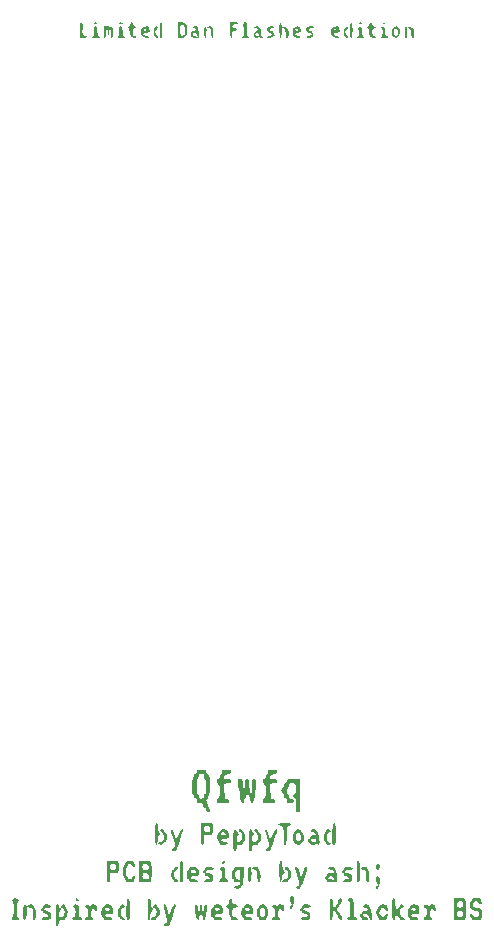
<source format=gbr>
G04 #@! TF.GenerationSoftware,KiCad,Pcbnew,6.0.8-1.fc36*
G04 #@! TF.CreationDate,2022-10-15T08:34:19+02:00*
G04 #@! TF.ProjectId,klacker_small,6b6c6163-6b65-4725-9f73-6d616c6c2e6b,rev?*
G04 #@! TF.SameCoordinates,Original*
G04 #@! TF.FileFunction,Legend,Top*
G04 #@! TF.FilePolarity,Positive*
%FSLAX46Y46*%
G04 Gerber Fmt 4.6, Leading zero omitted, Abs format (unit mm)*
G04 Created by KiCad (PCBNEW 6.0.8-1.fc36) date 2022-10-15 08:34:19*
%MOMM*%
%LPD*%
G01*
G04 APERTURE LIST*
G04 APERTURE END LIST*
G36*
X140954070Y-107895424D02*
G01*
X141051204Y-107788219D01*
X141060272Y-107734646D01*
X141131411Y-107644044D01*
X141354895Y-107609869D01*
X141403957Y-107609268D01*
X141647346Y-107642115D01*
X141786714Y-107762665D01*
X141847021Y-108003934D01*
X141855579Y-108206655D01*
X141833012Y-108335594D01*
X141730889Y-108392852D01*
X141502780Y-108405784D01*
X141256629Y-108427705D01*
X141155198Y-108500371D01*
X141148774Y-108538537D01*
X141215944Y-108636723D01*
X141430318Y-108671049D01*
X141458530Y-108671289D01*
X141687630Y-108700076D01*
X141767726Y-108791951D01*
X141768286Y-108804042D01*
X141709830Y-108896349D01*
X141516053Y-108934385D01*
X141414279Y-108936794D01*
X141162081Y-108912343D01*
X141063189Y-108834883D01*
X141060272Y-108811417D01*
X140996889Y-108675617D01*
X140954070Y-108650639D01*
X140886018Y-108547956D01*
X140849722Y-108337304D01*
X140847868Y-108273031D01*
X140872695Y-108045479D01*
X140889704Y-108007526D01*
X141148774Y-108007526D01*
X141225708Y-108114296D01*
X141370028Y-108140279D01*
X141547978Y-108094118D01*
X141591282Y-108007526D01*
X141514347Y-107900756D01*
X141370028Y-107874774D01*
X141192078Y-107920934D01*
X141148774Y-108007526D01*
X140889704Y-108007526D01*
X140934315Y-107907986D01*
X140954070Y-107895424D01*
G37*
G36*
X131767589Y-98405087D02*
G01*
X131766555Y-98934565D01*
X131761332Y-99312514D01*
X131748736Y-99564403D01*
X131725582Y-99715704D01*
X131688688Y-99791887D01*
X131634868Y-99818423D01*
X131590585Y-99821115D01*
X131497565Y-99804401D01*
X131444274Y-99729028D01*
X131419901Y-99557148D01*
X131413631Y-99250916D01*
X131413582Y-99201603D01*
X131405775Y-98865011D01*
X131377703Y-98672370D01*
X131322390Y-98591123D01*
X131280829Y-98582091D01*
X131174708Y-98517958D01*
X131154204Y-98377719D01*
X131218284Y-98239608D01*
X131285957Y-98194111D01*
X131376600Y-98100818D01*
X131402440Y-97892256D01*
X131396585Y-97764259D01*
X131368425Y-97526073D01*
X131302314Y-97411672D01*
X131156867Y-97367872D01*
X131081700Y-97359584D01*
X130883960Y-97356852D01*
X130806082Y-97426518D01*
X130794070Y-97558713D01*
X130764458Y-97727699D01*
X130705568Y-97785575D01*
X130639039Y-97861313D01*
X130617066Y-98006829D01*
X130647361Y-98173152D01*
X130705568Y-98228084D01*
X130772097Y-98303822D01*
X130794070Y-98449338D01*
X130830623Y-98617758D01*
X130974550Y-98669658D01*
X131015324Y-98670592D01*
X131188823Y-98712077D01*
X131236578Y-98847596D01*
X131201929Y-98969590D01*
X131066660Y-99018813D01*
X130926822Y-99024599D01*
X130717347Y-99008069D01*
X130631592Y-98933680D01*
X130617066Y-98803345D01*
X130570905Y-98625395D01*
X130484314Y-98582091D01*
X130377544Y-98505156D01*
X130351561Y-98360836D01*
X130321266Y-98194514D01*
X130263059Y-98139582D01*
X130191153Y-98065457D01*
X130174557Y-97962578D01*
X130211620Y-97818766D01*
X130263059Y-97785575D01*
X130329588Y-97709837D01*
X130351561Y-97564321D01*
X130397722Y-97386371D01*
X130484314Y-97343066D01*
X130592427Y-97269283D01*
X130617066Y-97166063D01*
X130634995Y-97070271D01*
X130714857Y-97016865D01*
X130895763Y-96993810D01*
X131192328Y-96989059D01*
X131767589Y-96989059D01*
X131767589Y-98405087D01*
G37*
G36*
X117572741Y-103912899D02*
G01*
X117689442Y-103994277D01*
X117728532Y-104091324D01*
X117775909Y-104306699D01*
X117754694Y-104401679D01*
X117654002Y-104423202D01*
X117651561Y-104423206D01*
X117534228Y-104352363D01*
X117518808Y-104290453D01*
X117445025Y-104182340D01*
X117341805Y-104157700D01*
X117197654Y-104213038D01*
X117164801Y-104290453D01*
X117117013Y-104408228D01*
X117076300Y-104423206D01*
X117023519Y-104502307D01*
X116991859Y-104702444D01*
X116987798Y-104821463D01*
X117005376Y-105058975D01*
X117049851Y-105201447D01*
X117076300Y-105219721D01*
X117154817Y-105291404D01*
X117164801Y-105352474D01*
X117238585Y-105460587D01*
X117341805Y-105485226D01*
X117485956Y-105429889D01*
X117518808Y-105352474D01*
X117589651Y-105235141D01*
X117651561Y-105219721D01*
X117753686Y-105240408D01*
X117776150Y-105333761D01*
X117729840Y-105546717D01*
X117728532Y-105551603D01*
X117657280Y-105686865D01*
X117504659Y-105742993D01*
X117338515Y-105750732D01*
X117112721Y-105734656D01*
X117001355Y-105658815D01*
X116943547Y-105485226D01*
X116879328Y-105299426D01*
X116805358Y-105219771D01*
X116803763Y-105219721D01*
X116755172Y-105140606D01*
X116726028Y-104940438D01*
X116722293Y-104821463D01*
X116738477Y-104583933D01*
X116779424Y-104441466D01*
X116803763Y-104423206D01*
X116877532Y-104346911D01*
X116942398Y-104162863D01*
X116943547Y-104157700D01*
X117002430Y-103982410D01*
X117115001Y-103907717D01*
X117338515Y-103892195D01*
X117572741Y-103912899D01*
G37*
G36*
X116707315Y-32961586D02*
G01*
X116722293Y-33002300D01*
X116650610Y-33080817D01*
X116589540Y-33090801D01*
X116471765Y-33043013D01*
X116456787Y-33002300D01*
X116528470Y-32923783D01*
X116589540Y-32913798D01*
X116707315Y-32961586D01*
G37*
G36*
X108548990Y-107664500D02*
G01*
X108607709Y-107842656D01*
X108616926Y-108162429D01*
X108600159Y-108430993D01*
X108555911Y-108753247D01*
X108487905Y-108913122D01*
X108436421Y-108936794D01*
X108370716Y-108891476D01*
X108332289Y-108737045D01*
X108316053Y-108445784D01*
X108314627Y-108273031D01*
X108322847Y-107915546D01*
X108350958Y-107706391D01*
X108404135Y-107617506D01*
X108437058Y-107609268D01*
X108548990Y-107664500D01*
G37*
G36*
X128280244Y-33333729D02*
G01*
X128372044Y-33399687D01*
X128465204Y-33608307D01*
X128461945Y-33797945D01*
X128455614Y-33983155D01*
X128498113Y-34064178D01*
X128500745Y-34064321D01*
X128579230Y-34131896D01*
X128581526Y-34152822D01*
X128532365Y-34243803D01*
X128423238Y-34226452D01*
X128311685Y-34124815D01*
X128263862Y-34020070D01*
X128180499Y-33862768D01*
X128067214Y-33799568D01*
X127979419Y-33846717D01*
X127962014Y-33931568D01*
X128032857Y-34048901D01*
X128094767Y-34064321D01*
X128212542Y-34112109D01*
X128227519Y-34152822D01*
X128162231Y-34229353D01*
X128021050Y-34233590D01*
X127886006Y-34173189D01*
X127844783Y-34117108D01*
X127823956Y-33901626D01*
X127899667Y-33713841D01*
X128041741Y-33622929D01*
X128060838Y-33621812D01*
X128198949Y-33582706D01*
X128227519Y-33533310D01*
X128153395Y-33461404D01*
X128050516Y-33444808D01*
X127906703Y-33407746D01*
X127873512Y-33356307D01*
X127941884Y-33280985D01*
X128100640Y-33275476D01*
X128280244Y-33333729D01*
G37*
G36*
X125296831Y-104434449D02*
G01*
X125363035Y-104495888D01*
X125390138Y-104649085D01*
X125395459Y-104935604D01*
X125395463Y-104954216D01*
X125405659Y-105262550D01*
X125441800Y-105428093D01*
X125512221Y-105484179D01*
X125528216Y-105485226D01*
X125645549Y-105556069D01*
X125660969Y-105617979D01*
X125608848Y-105705478D01*
X125431628Y-105745334D01*
X125262711Y-105750732D01*
X125000214Y-105733358D01*
X124880647Y-105674285D01*
X124864453Y-105617979D01*
X124935296Y-105500646D01*
X124997206Y-105485226D01*
X125084705Y-105433106D01*
X125124560Y-105255886D01*
X125129958Y-105086969D01*
X125112380Y-104849457D01*
X125067905Y-104706985D01*
X125041456Y-104688711D01*
X124962940Y-104617028D01*
X124952955Y-104555958D01*
X125029890Y-104449188D01*
X125174209Y-104423206D01*
X125296831Y-104434449D01*
G37*
G36*
X115874494Y-103892195D02*
G01*
X116152312Y-103898339D01*
X116302636Y-103933041D01*
X116374927Y-104020708D01*
X116412537Y-104157700D01*
X116436372Y-104450791D01*
X116412537Y-104688711D01*
X116355127Y-104861959D01*
X116245979Y-104937236D01*
X116024573Y-104954188D01*
X116007247Y-104954216D01*
X115660272Y-104954216D01*
X115660272Y-105352474D01*
X115642898Y-105614971D01*
X115583825Y-105734538D01*
X115527519Y-105750732D01*
X115466897Y-105722243D01*
X115427461Y-105617726D01*
X115405128Y-105408608D01*
X115395817Y-105066316D01*
X115394767Y-104821463D01*
X115394767Y-104423206D01*
X115660272Y-104423206D01*
X115682201Y-104611263D01*
X115785644Y-104680577D01*
X115925777Y-104688711D01*
X116113834Y-104666781D01*
X116183148Y-104563338D01*
X116191282Y-104423206D01*
X116169353Y-104235148D01*
X116065910Y-104165834D01*
X115925777Y-104157700D01*
X115737720Y-104179630D01*
X115668406Y-104283073D01*
X115660272Y-104423206D01*
X115394767Y-104423206D01*
X115394767Y-103892195D01*
X115874494Y-103892195D01*
G37*
G36*
X130217806Y-103944315D02*
G01*
X130257661Y-104121536D01*
X130263059Y-104290453D01*
X130280637Y-104527965D01*
X130325112Y-104670437D01*
X130351561Y-104688711D01*
X130430078Y-104760393D01*
X130440063Y-104821463D01*
X130392274Y-104939239D01*
X130351561Y-104954216D01*
X130282015Y-105029259D01*
X130261851Y-105153345D01*
X130236106Y-105420751D01*
X130174064Y-105637631D01*
X130093532Y-105746830D01*
X130075734Y-105750732D01*
X130043641Y-105668338D01*
X130017933Y-105445528D01*
X130001684Y-105118858D01*
X129997554Y-104821463D01*
X130001624Y-104397109D01*
X130016555Y-104121054D01*
X130046429Y-103964725D01*
X130095328Y-103899550D01*
X130130307Y-103892195D01*
X130217806Y-103944315D01*
G37*
G36*
X124274419Y-33318025D02*
G01*
X124368225Y-33407796D01*
X124409658Y-33601619D01*
X124421230Y-33842871D01*
X124405563Y-34068707D01*
X124365280Y-34216284D01*
X124333443Y-34241324D01*
X124280662Y-34162222D01*
X124249002Y-33962086D01*
X124244941Y-33843066D01*
X124233359Y-33594187D01*
X124185270Y-33476499D01*
X124080653Y-33444960D01*
X124067937Y-33444808D01*
X123924125Y-33407746D01*
X123890934Y-33356307D01*
X123958849Y-33281215D01*
X124111982Y-33271185D01*
X124274419Y-33318025D01*
G37*
G36*
X136757078Y-103962425D02*
G01*
X136811648Y-104183877D01*
X136828827Y-104356829D01*
X136846488Y-104814059D01*
X136832866Y-105213138D01*
X136791630Y-105522188D01*
X136726446Y-105709333D01*
X136668476Y-105750732D01*
X136611858Y-105713166D01*
X136575003Y-105583135D01*
X136554502Y-105334636D01*
X136546948Y-104941666D01*
X136546683Y-104821463D01*
X136551390Y-104391553D01*
X136567894Y-104111718D01*
X136599768Y-103955222D01*
X136650587Y-103895328D01*
X136670894Y-103892195D01*
X136757078Y-103962425D01*
G37*
G36*
X121802723Y-101241824D02*
G01*
X121837057Y-101274728D01*
X121834930Y-101364143D01*
X121791615Y-101538357D01*
X121702386Y-101825658D01*
X121571069Y-102228245D01*
X121437312Y-102623067D01*
X121336264Y-102877540D01*
X121251291Y-103021300D01*
X121165764Y-103083985D01*
X121084309Y-103095679D01*
X120920542Y-103045950D01*
X120881875Y-102962927D01*
X120952717Y-102845594D01*
X121014627Y-102830174D01*
X121122619Y-102755614D01*
X121135531Y-102532256D01*
X121053386Y-102160590D01*
X120970376Y-101900906D01*
X120860123Y-101570161D01*
X120808368Y-101372006D01*
X120812301Y-101272985D01*
X120869111Y-101239642D01*
X120914624Y-101237143D01*
X121007304Y-101318527D01*
X121106167Y-101536607D01*
X121196826Y-101852276D01*
X121256439Y-102166411D01*
X121291556Y-102184937D01*
X121359194Y-102054977D01*
X121447557Y-101799411D01*
X121450333Y-101790279D01*
X121558188Y-101491022D01*
X121663806Y-101294733D01*
X121736653Y-101237143D01*
X121802723Y-101241824D01*
G37*
G36*
X124846753Y-101523298D02*
G01*
X124943887Y-101416093D01*
X124952955Y-101362520D01*
X125024094Y-101271919D01*
X125247578Y-101237743D01*
X125296640Y-101237143D01*
X125540029Y-101269990D01*
X125679397Y-101390540D01*
X125739704Y-101631808D01*
X125748262Y-101834530D01*
X125725695Y-101963469D01*
X125623572Y-102020726D01*
X125395463Y-102033659D01*
X125149312Y-102055580D01*
X125047881Y-102128246D01*
X125041456Y-102166411D01*
X125108627Y-102264597D01*
X125323001Y-102298924D01*
X125351213Y-102299164D01*
X125580313Y-102327951D01*
X125660409Y-102419826D01*
X125660969Y-102431916D01*
X125602512Y-102524223D01*
X125408736Y-102562260D01*
X125306962Y-102564669D01*
X125054764Y-102540217D01*
X124955872Y-102462757D01*
X124952955Y-102439292D01*
X124889572Y-102303491D01*
X124846753Y-102278513D01*
X124778701Y-102175831D01*
X124742405Y-101965178D01*
X124740551Y-101900906D01*
X124765378Y-101673354D01*
X124782387Y-101635401D01*
X125041456Y-101635401D01*
X125118391Y-101742171D01*
X125262711Y-101768153D01*
X125440660Y-101721992D01*
X125483965Y-101635401D01*
X125407030Y-101528631D01*
X125262711Y-101502648D01*
X125084761Y-101548809D01*
X125041456Y-101635401D01*
X124782387Y-101635401D01*
X124826998Y-101535860D01*
X124846753Y-101523298D01*
G37*
G36*
X138933658Y-32981146D02*
G01*
X138936230Y-33002300D01*
X138868882Y-33088230D01*
X138847728Y-33090801D01*
X138761798Y-33023454D01*
X138759226Y-33002300D01*
X138826574Y-32916370D01*
X138847728Y-32913798D01*
X138933658Y-32981146D01*
G37*
G36*
X134629205Y-104460876D02*
G01*
X134688146Y-104548583D01*
X134732972Y-104680812D01*
X134763329Y-104703461D01*
X134812071Y-104800466D01*
X134860464Y-105020944D01*
X134889687Y-105241847D01*
X134910047Y-105541392D01*
X134891596Y-105700009D01*
X134829957Y-105750388D01*
X134821536Y-105750732D01*
X134721073Y-105674138D01*
X134644845Y-105489479D01*
X134643895Y-105485226D01*
X134565500Y-105288833D01*
X134419907Y-105221759D01*
X134371358Y-105219721D01*
X134198686Y-105267156D01*
X134157136Y-105352474D01*
X134234071Y-105459244D01*
X134378390Y-105485226D01*
X134556340Y-105531387D01*
X134599645Y-105617979D01*
X134520486Y-105723372D01*
X134334139Y-105750732D01*
X134123353Y-105711153D01*
X134068634Y-105617979D01*
X134020846Y-105500204D01*
X133980132Y-105485226D01*
X133901615Y-105413544D01*
X133891631Y-105352474D01*
X133939419Y-105234699D01*
X133980132Y-105219721D01*
X134058649Y-105148039D01*
X134068634Y-105086969D01*
X134147793Y-104981576D01*
X134334139Y-104954216D01*
X134544926Y-104914637D01*
X134599645Y-104821463D01*
X134522710Y-104714694D01*
X134378390Y-104688711D01*
X134200441Y-104642550D01*
X134157136Y-104555958D01*
X134236294Y-104450565D01*
X134422641Y-104423206D01*
X134629205Y-104460876D01*
G37*
G36*
X115023059Y-107895424D02*
G01*
X115120194Y-107788219D01*
X115129261Y-107734646D01*
X115200401Y-107644044D01*
X115423885Y-107609869D01*
X115472946Y-107609268D01*
X115716335Y-107642115D01*
X115855704Y-107762665D01*
X115916011Y-108003934D01*
X115924569Y-108206655D01*
X115902002Y-108335594D01*
X115799879Y-108392852D01*
X115571770Y-108405784D01*
X115325618Y-108427705D01*
X115224188Y-108500371D01*
X115217763Y-108538537D01*
X115284933Y-108636723D01*
X115499308Y-108671049D01*
X115527519Y-108671289D01*
X115756620Y-108700076D01*
X115836715Y-108791951D01*
X115837275Y-108804042D01*
X115778819Y-108896349D01*
X115585043Y-108934385D01*
X115483268Y-108936794D01*
X115231071Y-108912343D01*
X115132179Y-108834883D01*
X115129261Y-108811417D01*
X115065878Y-108675617D01*
X115023059Y-108650639D01*
X114955008Y-108547956D01*
X114918712Y-108337304D01*
X114916857Y-108273031D01*
X114941684Y-108045479D01*
X114958694Y-108007526D01*
X115217763Y-108007526D01*
X115294698Y-108114296D01*
X115439017Y-108140279D01*
X115616967Y-108094118D01*
X115660272Y-108007526D01*
X115583337Y-107900756D01*
X115439017Y-107874774D01*
X115261068Y-107920934D01*
X115217763Y-108007526D01*
X114958694Y-108007526D01*
X115003305Y-107907986D01*
X115023059Y-107895424D01*
G37*
G36*
X125777880Y-96204568D02*
G01*
X125895822Y-96253378D01*
X125926438Y-96358080D01*
X125926474Y-96363940D01*
X125876831Y-96493767D01*
X125701831Y-96555550D01*
X125638843Y-96563069D01*
X125423867Y-96615973D01*
X125332437Y-96741818D01*
X125322932Y-96789930D01*
X125326637Y-96923126D01*
X125420330Y-96978822D01*
X125610562Y-96989059D01*
X125827565Y-97008651D01*
X125916028Y-97083974D01*
X125926474Y-97160455D01*
X125876831Y-97290282D01*
X125701831Y-97352066D01*
X125638843Y-97359584D01*
X125351213Y-97387317D01*
X125351213Y-98006829D01*
X125355662Y-98332546D01*
X125377248Y-98521518D01*
X125428326Y-98613939D01*
X125521250Y-98650002D01*
X125550341Y-98654622D01*
X125716820Y-98742290D01*
X125749470Y-98853751D01*
X125728347Y-98949400D01*
X125638230Y-99001086D01*
X125438998Y-99021719D01*
X125218460Y-99024599D01*
X124920728Y-99017607D01*
X124759840Y-98988238D01*
X124695908Y-98923910D01*
X124687449Y-98857065D01*
X124749049Y-98692166D01*
X124820202Y-98638588D01*
X124897457Y-98557422D01*
X124939439Y-98367040D01*
X124952905Y-98035282D01*
X124952955Y-98006829D01*
X124941179Y-97664308D01*
X124901347Y-97465345D01*
X124826701Y-97377781D01*
X124820202Y-97375071D01*
X124708269Y-97254379D01*
X124687449Y-97156594D01*
X124745399Y-97018386D01*
X124820202Y-96989059D01*
X124928841Y-96915703D01*
X124952955Y-96817279D01*
X124993594Y-96647856D01*
X125041456Y-96590801D01*
X125115804Y-96465972D01*
X125129958Y-96364324D01*
X125157761Y-96256662D01*
X125270800Y-96205798D01*
X125513519Y-96192562D01*
X125528216Y-96192544D01*
X125777880Y-96204568D01*
G37*
G36*
X127181694Y-32937333D02*
G01*
X127230084Y-33033248D01*
X127250596Y-33239510D01*
X127254000Y-33489059D01*
X127266505Y-33789668D01*
X127299630Y-33995480D01*
X127342502Y-34064321D01*
X127428432Y-34131668D01*
X127431003Y-34152822D01*
X127353203Y-34211319D01*
X127161899Y-34240560D01*
X127121247Y-34241324D01*
X126916508Y-34219095D01*
X126814167Y-34164437D01*
X126811491Y-34152822D01*
X126880138Y-34068563D01*
X126910303Y-34064321D01*
X126966260Y-33981333D01*
X126982378Y-33730445D01*
X126972485Y-33489059D01*
X126958117Y-33177491D01*
X126970546Y-33003452D01*
X127017965Y-32928448D01*
X127094928Y-32913798D01*
X127181694Y-32937333D01*
G37*
G36*
X137549763Y-107646939D02*
G01*
X137608704Y-107734646D01*
X137653530Y-107866875D01*
X137683886Y-107889524D01*
X137732629Y-107986529D01*
X137781022Y-108207006D01*
X137810245Y-108427909D01*
X137830604Y-108727455D01*
X137812154Y-108886071D01*
X137750514Y-108936451D01*
X137742094Y-108936794D01*
X137641630Y-108860201D01*
X137565402Y-108675542D01*
X137564453Y-108671289D01*
X137486057Y-108474896D01*
X137340464Y-108407821D01*
X137291916Y-108405784D01*
X137119244Y-108453219D01*
X137077693Y-108538537D01*
X137154628Y-108645306D01*
X137298948Y-108671289D01*
X137476897Y-108717450D01*
X137520202Y-108804042D01*
X137441044Y-108909435D01*
X137254697Y-108936794D01*
X137043911Y-108897215D01*
X136989192Y-108804042D01*
X136941403Y-108686266D01*
X136900690Y-108671289D01*
X136822173Y-108599607D01*
X136812188Y-108538537D01*
X136859977Y-108420761D01*
X136900690Y-108405784D01*
X136979207Y-108334101D01*
X136989192Y-108273031D01*
X137068350Y-108167638D01*
X137254697Y-108140279D01*
X137465483Y-108100700D01*
X137520202Y-108007526D01*
X137443267Y-107900756D01*
X137298948Y-107874774D01*
X137120998Y-107828613D01*
X137077693Y-107742021D01*
X137156852Y-107636628D01*
X137343199Y-107609268D01*
X137549763Y-107646939D01*
G37*
G36*
X134704518Y-100734622D02*
G01*
X134743954Y-100839138D01*
X134766287Y-101048256D01*
X134775597Y-101390548D01*
X134776648Y-101635401D01*
X134771849Y-102066183D01*
X134755117Y-102346594D01*
X134722948Y-102503067D01*
X134671840Y-102562032D01*
X134653490Y-102564669D01*
X134542277Y-102489464D01*
X134490650Y-102365540D01*
X134467645Y-102136259D01*
X134467465Y-101861001D01*
X134467695Y-101856655D01*
X134481191Y-101568086D01*
X134494454Y-101225985D01*
X134497783Y-101126516D01*
X134523684Y-100852780D01*
X134585500Y-100724950D01*
X134643895Y-100706132D01*
X134704518Y-100734622D01*
G37*
G36*
X136974214Y-32961586D02*
G01*
X136989192Y-33002300D01*
X136917509Y-33080817D01*
X136856439Y-33090801D01*
X136738664Y-33043013D01*
X136723686Y-33002300D01*
X136795369Y-32923783D01*
X136856439Y-32913798D01*
X136974214Y-32961586D01*
G37*
G36*
X118353253Y-33394236D02*
G01*
X118539785Y-33291835D01*
X118756139Y-33276443D01*
X118926828Y-33346399D01*
X118969618Y-33407796D01*
X119023674Y-33642777D01*
X118949486Y-33765958D01*
X118757833Y-33798815D01*
X118547047Y-33838395D01*
X118492328Y-33931568D01*
X118569262Y-34038338D01*
X118713582Y-34064321D01*
X118879904Y-34094616D01*
X118934836Y-34152822D01*
X118863190Y-34221468D01*
X118694980Y-34235628D01*
X118500294Y-34200449D01*
X118349223Y-34121081D01*
X118337449Y-34108940D01*
X118241694Y-33888485D01*
X118244618Y-33621735D01*
X118284993Y-33533310D01*
X118492328Y-33533310D01*
X118564010Y-33611827D01*
X118625080Y-33621812D01*
X118742856Y-33574023D01*
X118757833Y-33533310D01*
X118686150Y-33454793D01*
X118625080Y-33444808D01*
X118507305Y-33492597D01*
X118492328Y-33533310D01*
X118284993Y-33533310D01*
X118344118Y-33403821D01*
X118353253Y-33394236D01*
G37*
G36*
X138985732Y-107624289D02*
G01*
X139106456Y-107661721D01*
X139114442Y-107675645D01*
X139136284Y-107806149D01*
X139169015Y-107941150D01*
X139177332Y-108097708D01*
X139079305Y-108140279D01*
X138955476Y-108073822D01*
X138936230Y-108007526D01*
X138862446Y-107899413D01*
X138759226Y-107874774D01*
X138615076Y-107930111D01*
X138582223Y-108007526D01*
X138534435Y-108125302D01*
X138493721Y-108140279D01*
X138415204Y-108211961D01*
X138405220Y-108273031D01*
X138453008Y-108390807D01*
X138493721Y-108405784D01*
X138572238Y-108477467D01*
X138582223Y-108538537D01*
X138656006Y-108646650D01*
X138759226Y-108671289D01*
X138903377Y-108615952D01*
X138936230Y-108538537D01*
X139007073Y-108421204D01*
X139068983Y-108405784D01*
X139171108Y-108426471D01*
X139193572Y-108519824D01*
X139147261Y-108732780D01*
X139145954Y-108737666D01*
X139074702Y-108872928D01*
X138922080Y-108929056D01*
X138755936Y-108936794D01*
X138530142Y-108920719D01*
X138418776Y-108844877D01*
X138360969Y-108671289D01*
X138296749Y-108485489D01*
X138222779Y-108405834D01*
X138221184Y-108405784D01*
X138148872Y-108333997D01*
X138139714Y-108273031D01*
X138183770Y-108155201D01*
X138221184Y-108140279D01*
X138294954Y-108063984D01*
X138359819Y-107879936D01*
X138360969Y-107874774D01*
X138418378Y-107701525D01*
X138527527Y-107626248D01*
X138748933Y-107609296D01*
X138766258Y-107609268D01*
X138985732Y-107624289D01*
G37*
G36*
X111821211Y-107661483D02*
G01*
X111854697Y-107734646D01*
X111918080Y-107870446D01*
X111960899Y-107895424D01*
X112028950Y-107998106D01*
X112065246Y-108208759D01*
X112067101Y-108273031D01*
X112042274Y-108500584D01*
X111980654Y-108638077D01*
X111960899Y-108650639D01*
X111863765Y-108757844D01*
X111854697Y-108811417D01*
X111774924Y-108908961D01*
X111589192Y-108936794D01*
X111401134Y-108958724D01*
X111331820Y-109062167D01*
X111323686Y-109202300D01*
X111284107Y-109413086D01*
X111190934Y-109467805D01*
X111130312Y-109439316D01*
X111090875Y-109334799D01*
X111068543Y-109125681D01*
X111059232Y-108783389D01*
X111058181Y-108538537D01*
X111062251Y-108114182D01*
X111077182Y-107838127D01*
X111107056Y-107681799D01*
X111155955Y-107616623D01*
X111190934Y-107609268D01*
X111308267Y-107680111D01*
X111323686Y-107742021D01*
X111371475Y-107859796D01*
X111412188Y-107874774D01*
X111490705Y-107946456D01*
X111500690Y-108007526D01*
X111452901Y-108125302D01*
X111412188Y-108140279D01*
X111350048Y-108217184D01*
X111323693Y-108402481D01*
X111323686Y-108405784D01*
X111348161Y-108596215D01*
X111449360Y-108665588D01*
X111534619Y-108671289D01*
X111727070Y-108605479D01*
X111796927Y-108474828D01*
X111819026Y-108228086D01*
X111770868Y-108011356D01*
X111670105Y-107885843D01*
X111623848Y-107874774D01*
X111514893Y-107803723D01*
X111500690Y-107742021D01*
X111574473Y-107633908D01*
X111677693Y-107609268D01*
X111821211Y-107661483D01*
G37*
G36*
X114583274Y-32961586D02*
G01*
X114598251Y-33002300D01*
X114526568Y-33080817D01*
X114465498Y-33090801D01*
X114347723Y-33043013D01*
X114332746Y-33002300D01*
X114404428Y-32923783D01*
X114465498Y-32913798D01*
X114583274Y-32961586D01*
G37*
G36*
X139592117Y-33441250D02*
G01*
X139747458Y-33292546D01*
X139865498Y-33267805D01*
X140061765Y-33343597D01*
X140180372Y-33539471D01*
X140201358Y-33808174D01*
X140163166Y-33972454D01*
X140046112Y-34178155D01*
X139871288Y-34241285D01*
X139865498Y-34241324D01*
X139688632Y-34181540D01*
X139570514Y-33980069D01*
X139567831Y-33972454D01*
X139536876Y-33760818D01*
X139683936Y-33760818D01*
X139735865Y-33949487D01*
X139834846Y-34058479D01*
X139865498Y-34064321D01*
X139974516Y-33990002D01*
X140026126Y-33878781D01*
X140041487Y-33640161D01*
X139963455Y-33481249D01*
X139865498Y-33444808D01*
X139735623Y-33515634D01*
X139704017Y-33569025D01*
X139683936Y-33760818D01*
X139536876Y-33760818D01*
X139525587Y-33683638D01*
X139592117Y-33441250D01*
G37*
G36*
X135281329Y-107120515D02*
G01*
X135277524Y-107273647D01*
X135266458Y-107321638D01*
X135196313Y-107508645D01*
X135124111Y-107594518D01*
X135049207Y-107696113D01*
X135042153Y-107749396D01*
X134991936Y-107862359D01*
X134953652Y-107874774D01*
X134875135Y-107946456D01*
X134865150Y-108007526D01*
X134912938Y-108125302D01*
X134953652Y-108140279D01*
X135033390Y-108211420D01*
X135042153Y-108265656D01*
X135090941Y-108397803D01*
X135124111Y-108420534D01*
X135203137Y-108519488D01*
X135266458Y-108693415D01*
X135287718Y-108873784D01*
X135217838Y-108935280D01*
X135191532Y-108936794D01*
X135075149Y-108857765D01*
X134997902Y-108671289D01*
X134933683Y-108485489D01*
X134859713Y-108405834D01*
X134858118Y-108405784D01*
X134785806Y-108333997D01*
X134776648Y-108273031D01*
X134705805Y-108155698D01*
X134643895Y-108140279D01*
X134556397Y-108192399D01*
X134516541Y-108369620D01*
X134511143Y-108538537D01*
X134493769Y-108801033D01*
X134434696Y-108920601D01*
X134378390Y-108936794D01*
X134317768Y-108908305D01*
X134278332Y-108803789D01*
X134255999Y-108594671D01*
X134246688Y-108252379D01*
X134245638Y-108007526D01*
X134249708Y-107583171D01*
X134264638Y-107307116D01*
X134294512Y-107150788D01*
X134343411Y-107085613D01*
X134378390Y-107078258D01*
X134465889Y-107130378D01*
X134505745Y-107307599D01*
X134511143Y-107476516D01*
X134528516Y-107739013D01*
X134587590Y-107858580D01*
X134643895Y-107874774D01*
X134761228Y-107803931D01*
X134776648Y-107742021D01*
X134820704Y-107624191D01*
X134858118Y-107609268D01*
X134931888Y-107532974D01*
X134996753Y-107348926D01*
X134997902Y-107343763D01*
X135080855Y-107149463D01*
X135191532Y-107078258D01*
X135281329Y-107120515D01*
G37*
G36*
X121380032Y-104478543D02*
G01*
X121412885Y-104555958D01*
X121347345Y-104673409D01*
X121290454Y-104688711D01*
X121174987Y-104763445D01*
X121116648Y-104885172D01*
X121094549Y-105131914D01*
X121142707Y-105348644D01*
X121243469Y-105474157D01*
X121289727Y-105485226D01*
X121398682Y-105556277D01*
X121412885Y-105617979D01*
X121339102Y-105726092D01*
X121235882Y-105750732D01*
X121092364Y-105698517D01*
X121058878Y-105625354D01*
X120995495Y-105489554D01*
X120952676Y-105464576D01*
X120884625Y-105361894D01*
X120848329Y-105151241D01*
X120846474Y-105086969D01*
X120871301Y-104859416D01*
X120932921Y-104721923D01*
X120952676Y-104709361D01*
X121049810Y-104602156D01*
X121058878Y-104548583D01*
X121132594Y-104446925D01*
X121235882Y-104423206D01*
X121380032Y-104478543D01*
G37*
G36*
X134460570Y-33394236D02*
G01*
X134647102Y-33291835D01*
X134863456Y-33276443D01*
X135034145Y-33346399D01*
X135076935Y-33407796D01*
X135130991Y-33642777D01*
X135056803Y-33765958D01*
X134865150Y-33798815D01*
X134654364Y-33838395D01*
X134599645Y-33931568D01*
X134676579Y-34038338D01*
X134820899Y-34064321D01*
X134987221Y-34094616D01*
X135042153Y-34152822D01*
X134970507Y-34221468D01*
X134802297Y-34235628D01*
X134607611Y-34200449D01*
X134456540Y-34121081D01*
X134444767Y-34108940D01*
X134349011Y-33888485D01*
X134351935Y-33621735D01*
X134392310Y-33533310D01*
X134599645Y-33533310D01*
X134671327Y-33611827D01*
X134732397Y-33621812D01*
X134850173Y-33574023D01*
X134865150Y-33533310D01*
X134793467Y-33454793D01*
X134732397Y-33444808D01*
X134614622Y-33492597D01*
X134599645Y-33533310D01*
X134392310Y-33533310D01*
X134451435Y-33403821D01*
X134460570Y-33394236D01*
G37*
G36*
X136084821Y-104445127D02*
G01*
X136186251Y-104517793D01*
X136192676Y-104555958D01*
X136125506Y-104654144D01*
X135911131Y-104688471D01*
X135882920Y-104688711D01*
X135653819Y-104717498D01*
X135573724Y-104809373D01*
X135573164Y-104821463D01*
X135651817Y-104927158D01*
X135828347Y-104954216D01*
X136048854Y-105023111D01*
X136156819Y-105217529D01*
X136142735Y-105519068D01*
X136135633Y-105548935D01*
X136069411Y-105684114D01*
X135925449Y-105741482D01*
X135740573Y-105750732D01*
X135498049Y-105727562D01*
X135400901Y-105651286D01*
X135396160Y-105617979D01*
X135475319Y-105512586D01*
X135661666Y-105485226D01*
X135872452Y-105445647D01*
X135927171Y-105352474D01*
X135850236Y-105245704D01*
X135705916Y-105219721D01*
X135527967Y-105173560D01*
X135484662Y-105086969D01*
X135436874Y-104969193D01*
X135396160Y-104954216D01*
X135317643Y-104882533D01*
X135307659Y-104821463D01*
X135355447Y-104703688D01*
X135396160Y-104688711D01*
X135474677Y-104617028D01*
X135484662Y-104555958D01*
X135543118Y-104463651D01*
X135736895Y-104425615D01*
X135838669Y-104423206D01*
X136084821Y-104445127D01*
G37*
G36*
X124315742Y-107895424D02*
G01*
X124412876Y-107788219D01*
X124421944Y-107734646D01*
X124493084Y-107644044D01*
X124716568Y-107609869D01*
X124765629Y-107609268D01*
X125009018Y-107642115D01*
X125148387Y-107762665D01*
X125208694Y-108003934D01*
X125217251Y-108206655D01*
X125194685Y-108335594D01*
X125092562Y-108392852D01*
X124864453Y-108405784D01*
X124618301Y-108427705D01*
X124516871Y-108500371D01*
X124510446Y-108538537D01*
X124577616Y-108636723D01*
X124791991Y-108671049D01*
X124820202Y-108671289D01*
X125049303Y-108700076D01*
X125129398Y-108791951D01*
X125129958Y-108804042D01*
X125071502Y-108896349D01*
X124877726Y-108934385D01*
X124775951Y-108936794D01*
X124523754Y-108912343D01*
X124424861Y-108834883D01*
X124421944Y-108811417D01*
X124358561Y-108675617D01*
X124315742Y-108650639D01*
X124247691Y-108547956D01*
X124211395Y-108337304D01*
X124209540Y-108273031D01*
X124234367Y-108045479D01*
X124251377Y-108007526D01*
X124510446Y-108007526D01*
X124587381Y-108114296D01*
X124731700Y-108140279D01*
X124909650Y-108094118D01*
X124952955Y-108007526D01*
X124876020Y-107900756D01*
X124731700Y-107874774D01*
X124553751Y-107920934D01*
X124510446Y-108007526D01*
X124251377Y-108007526D01*
X124295988Y-107907986D01*
X124315742Y-107895424D01*
G37*
G36*
X131379706Y-33286679D02*
G01*
X131506821Y-33267805D01*
X131733021Y-33334041D01*
X131843651Y-33533752D01*
X131856091Y-33673301D01*
X131776319Y-33770996D01*
X131590585Y-33798815D01*
X131379799Y-33838395D01*
X131325080Y-33931568D01*
X131402015Y-34038338D01*
X131546335Y-34064321D01*
X131712657Y-34094616D01*
X131767589Y-34152822D01*
X131690887Y-34215756D01*
X131510741Y-34241324D01*
X131311170Y-34204358D01*
X131194319Y-34059528D01*
X131160165Y-33972454D01*
X131114378Y-33665416D01*
X131157824Y-33533310D01*
X131325080Y-33533310D01*
X131399205Y-33605216D01*
X131502084Y-33621812D01*
X131645896Y-33584750D01*
X131679087Y-33533310D01*
X131604963Y-33461404D01*
X131502084Y-33444808D01*
X131358271Y-33481871D01*
X131325080Y-33533310D01*
X131157824Y-33533310D01*
X131193581Y-33424582D01*
X131379706Y-33286679D01*
G37*
G36*
X125380044Y-103963038D02*
G01*
X125395463Y-104024948D01*
X125324621Y-104142281D01*
X125262711Y-104157700D01*
X125145378Y-104086858D01*
X125129958Y-104024948D01*
X125200801Y-103907615D01*
X125262711Y-103892195D01*
X125380044Y-103963038D01*
G37*
G36*
X119066586Y-107130378D02*
G01*
X119106442Y-107307599D01*
X119111840Y-107476516D01*
X119129418Y-107714027D01*
X119173893Y-107856499D01*
X119200341Y-107874774D01*
X119278858Y-107946456D01*
X119288843Y-108007526D01*
X119241055Y-108125302D01*
X119200341Y-108140279D01*
X119130795Y-108215322D01*
X119110631Y-108339408D01*
X119084887Y-108606814D01*
X119022845Y-108823694D01*
X118942313Y-108932892D01*
X118924514Y-108936794D01*
X118892422Y-108854401D01*
X118866713Y-108631591D01*
X118850465Y-108304921D01*
X118846335Y-108007526D01*
X118850404Y-107583171D01*
X118865335Y-107307116D01*
X118895209Y-107150788D01*
X118944108Y-107085613D01*
X118979087Y-107078258D01*
X119066586Y-107130378D01*
G37*
G36*
X145260094Y-107078258D02*
G01*
X145537756Y-107083251D01*
X145686051Y-107115635D01*
X145752610Y-107201515D01*
X145784902Y-107365889D01*
X145813452Y-107655791D01*
X145826822Y-107977960D01*
X145826960Y-108007526D01*
X145815715Y-108324741D01*
X145788303Y-108624749D01*
X145784902Y-108649164D01*
X145752394Y-108814165D01*
X145685534Y-108899700D01*
X145536692Y-108931875D01*
X145260094Y-108936794D01*
X144777345Y-108936794D01*
X144777345Y-108405784D01*
X145042850Y-108405784D01*
X145064780Y-108593841D01*
X145168223Y-108663155D01*
X145308355Y-108671289D01*
X145496413Y-108649360D01*
X145565727Y-108545917D01*
X145573861Y-108405784D01*
X145551931Y-108217727D01*
X145448488Y-108148413D01*
X145308355Y-108140279D01*
X145120298Y-108162208D01*
X145050984Y-108265651D01*
X145042850Y-108405784D01*
X144777345Y-108405784D01*
X144777345Y-107609268D01*
X145042850Y-107609268D01*
X145064780Y-107797326D01*
X145168223Y-107866640D01*
X145308355Y-107874774D01*
X145496413Y-107852844D01*
X145565727Y-107749401D01*
X145573861Y-107609268D01*
X145551931Y-107421211D01*
X145448488Y-107351897D01*
X145308355Y-107343763D01*
X145120298Y-107365693D01*
X145050984Y-107469136D01*
X145042850Y-107609268D01*
X144777345Y-107609268D01*
X144777345Y-107078258D01*
X145260094Y-107078258D01*
G37*
G36*
X123851096Y-107634587D02*
G01*
X123881215Y-107737698D01*
X123867265Y-107959331D01*
X123853136Y-108073902D01*
X123781116Y-108533836D01*
X123707687Y-108825066D01*
X123634103Y-108945519D01*
X123561614Y-108893118D01*
X123492676Y-108671289D01*
X123430509Y-108485553D01*
X123361436Y-108405838D01*
X123359923Y-108405784D01*
X123291106Y-108482016D01*
X123228362Y-108665935D01*
X123227171Y-108671289D01*
X123153372Y-108880126D01*
X123069982Y-108923181D01*
X122992703Y-108796302D01*
X122976208Y-108737666D01*
X122936396Y-108534636D01*
X122889801Y-108240779D01*
X122866710Y-108073902D01*
X122838910Y-107800530D01*
X122852585Y-107660104D01*
X122915060Y-107611894D01*
X122950264Y-107609268D01*
X123041995Y-107650665D01*
X123087867Y-107799725D01*
X123100638Y-108029652D01*
X123111639Y-108265548D01*
X123138420Y-108339422D01*
X123182920Y-108273031D01*
X123244147Y-108045961D01*
X123265201Y-107852648D01*
X123297531Y-107675907D01*
X123359923Y-107609268D01*
X123426148Y-107685754D01*
X123454645Y-107852648D01*
X123487572Y-108106616D01*
X123536927Y-108273031D01*
X123583259Y-108339344D01*
X123609112Y-108257535D01*
X123619208Y-108029652D01*
X123637335Y-107763930D01*
X123690334Y-107636592D01*
X123769583Y-107609268D01*
X123851096Y-107634587D01*
G37*
G36*
X127972910Y-96997733D02*
G01*
X128024131Y-97046607D01*
X128043098Y-97169957D01*
X128035268Y-97402061D01*
X128007236Y-97763449D01*
X127972384Y-98115243D01*
X127934054Y-98394491D01*
X127898608Y-98558175D01*
X127886141Y-98582091D01*
X127825858Y-98700989D01*
X127820411Y-98736969D01*
X127792702Y-98937102D01*
X127734438Y-99014458D01*
X127662307Y-99024599D01*
X127566008Y-98940028D01*
X127492533Y-98701131D01*
X127479880Y-98626341D01*
X127410414Y-98346668D01*
X127312583Y-98230781D01*
X127292828Y-98228084D01*
X127189600Y-98301774D01*
X127165498Y-98405087D01*
X127134706Y-98548992D01*
X127092095Y-98582091D01*
X127037239Y-98656855D01*
X127025719Y-98778458D01*
X126974838Y-98949740D01*
X126890118Y-99003842D01*
X126781998Y-98970362D01*
X126711442Y-98797609D01*
X126691963Y-98696848D01*
X126653336Y-98384613D01*
X126635566Y-98086869D01*
X126635462Y-98073206D01*
X126610985Y-97877415D01*
X126552674Y-97786393D01*
X126545986Y-97785575D01*
X126493206Y-97706473D01*
X126461545Y-97506337D01*
X126457484Y-97387317D01*
X126466655Y-97141560D01*
X126511731Y-97025123D01*
X126619062Y-96990580D01*
X126678739Y-96989059D01*
X126792916Y-96998106D01*
X126859739Y-97050512D01*
X126892812Y-97184178D01*
X126905740Y-97437004D01*
X126909052Y-97630697D01*
X126915973Y-97946667D01*
X126928482Y-98102632D01*
X126951209Y-98115586D01*
X126988783Y-98002527D01*
X126999463Y-97962578D01*
X127057879Y-97647129D01*
X127084438Y-97322207D01*
X127084452Y-97320941D01*
X127104956Y-97096948D01*
X127175797Y-97002511D01*
X127259547Y-96989059D01*
X127382008Y-97029641D01*
X127428592Y-97181221D01*
X127431978Y-97276690D01*
X127448658Y-97599394D01*
X127490204Y-97897307D01*
X127547108Y-98122228D01*
X127609867Y-98225954D01*
X127619587Y-98228084D01*
X127657499Y-98147075D01*
X127684972Y-97933889D01*
X127696448Y-97633283D01*
X127696509Y-97608571D01*
X127700856Y-97283787D01*
X127721594Y-97097785D01*
X127770271Y-97012409D01*
X127858432Y-96989504D01*
X127883980Y-96989059D01*
X127972910Y-96997733D01*
G37*
G36*
X146921459Y-107092835D02*
G01*
X147051076Y-107152724D01*
X147111111Y-107277387D01*
X147158487Y-107492762D01*
X147137273Y-107587742D01*
X147036581Y-107609265D01*
X147034139Y-107609268D01*
X146916807Y-107538426D01*
X146901387Y-107476516D01*
X146822228Y-107371123D01*
X146635882Y-107343763D01*
X146447824Y-107365693D01*
X146378510Y-107469136D01*
X146370376Y-107609268D01*
X146384811Y-107780720D01*
X146462236Y-107856068D01*
X146653831Y-107874476D01*
X146717351Y-107874774D01*
X146947014Y-107889586D01*
X147060955Y-107960455D01*
X147119694Y-108127026D01*
X147122641Y-108140279D01*
X147146476Y-108433369D01*
X147122641Y-108671289D01*
X147070529Y-108836710D01*
X146973641Y-108913862D01*
X146775776Y-108935938D01*
X146673100Y-108936794D01*
X146413161Y-108918809D01*
X146296332Y-108857864D01*
X146281875Y-108804042D01*
X146234086Y-108686266D01*
X146193373Y-108671289D01*
X146114856Y-108599607D01*
X146104871Y-108538537D01*
X146175714Y-108421204D01*
X146237624Y-108405784D01*
X146354957Y-108476627D01*
X146370376Y-108538537D01*
X146449535Y-108643930D01*
X146635882Y-108671289D01*
X146823939Y-108649360D01*
X146893253Y-108545917D01*
X146901387Y-108405784D01*
X146884119Y-108227401D01*
X146796534Y-108154236D01*
X146591631Y-108140279D01*
X146362530Y-108111491D01*
X146282435Y-108019617D01*
X146281875Y-108007526D01*
X146234086Y-107889751D01*
X146193373Y-107874774D01*
X146131233Y-107797868D01*
X146104878Y-107612572D01*
X146104871Y-107609268D01*
X146130506Y-107422848D01*
X146192272Y-107343783D01*
X146193373Y-107343763D01*
X146271890Y-107272080D01*
X146281875Y-107211010D01*
X146335307Y-107122470D01*
X146516057Y-107082935D01*
X146669810Y-107078258D01*
X146921459Y-107092835D01*
G37*
G36*
X130475550Y-33283743D02*
G01*
X130638744Y-33368095D01*
X130667639Y-33394236D01*
X130753149Y-33555807D01*
X130793104Y-33782622D01*
X130787961Y-34013159D01*
X130738181Y-34185896D01*
X130661317Y-34241324D01*
X130573818Y-34189204D01*
X130533962Y-34011983D01*
X130528564Y-33843066D01*
X130511191Y-33580569D01*
X130452118Y-33461002D01*
X130395812Y-33444808D01*
X130278036Y-33397020D01*
X130263059Y-33356307D01*
X130327562Y-33277679D01*
X130475550Y-33283743D01*
G37*
G36*
X136148768Y-32996159D02*
G01*
X136179850Y-33219106D01*
X136192593Y-33546434D01*
X136192676Y-33577561D01*
X136179172Y-33927783D01*
X136142713Y-34159765D01*
X136089384Y-34256226D01*
X136025266Y-34199889D01*
X135997959Y-34130697D01*
X135976851Y-33968869D01*
X135977331Y-33734182D01*
X135977428Y-33732439D01*
X135993091Y-33430283D01*
X136004610Y-33179303D01*
X136038072Y-32992724D01*
X136103232Y-32913813D01*
X136104174Y-32913798D01*
X136148768Y-32996159D01*
G37*
G36*
X130141554Y-32994463D02*
G01*
X130186403Y-33206384D01*
X130205572Y-33504446D01*
X130193715Y-33843539D01*
X130190632Y-33877815D01*
X130150750Y-34139384D01*
X130103076Y-34237992D01*
X130056153Y-34186925D01*
X130018525Y-33999469D01*
X129998736Y-33688910D01*
X129997554Y-33577561D01*
X130007204Y-33260297D01*
X130032730Y-33025597D01*
X130068997Y-32916702D01*
X130076373Y-32913798D01*
X130141554Y-32994463D01*
G37*
G36*
X141095759Y-33283743D02*
G01*
X141258953Y-33368095D01*
X141287848Y-33394236D01*
X141373358Y-33555807D01*
X141413313Y-33782622D01*
X141408170Y-34013159D01*
X141358390Y-34185896D01*
X141281526Y-34241324D01*
X141194027Y-34189204D01*
X141154171Y-34011983D01*
X141148774Y-33843066D01*
X141131400Y-33580569D01*
X141072327Y-33461002D01*
X141016021Y-33444808D01*
X140898246Y-33397020D01*
X140883268Y-33356307D01*
X140947771Y-33277679D01*
X141095759Y-33283743D01*
G37*
G36*
X120041451Y-32996159D02*
G01*
X120072533Y-33219106D01*
X120085276Y-33546434D01*
X120085359Y-33577561D01*
X120071855Y-33927783D01*
X120035396Y-34159765D01*
X119982067Y-34256226D01*
X119917949Y-34199889D01*
X119890642Y-34130697D01*
X119869534Y-33968869D01*
X119870014Y-33734182D01*
X119870111Y-33732439D01*
X119885774Y-33430283D01*
X119897293Y-33179303D01*
X119930754Y-32992724D01*
X119995915Y-32913813D01*
X119996857Y-32913798D01*
X120041451Y-32996159D01*
G37*
G36*
X110596319Y-107631189D02*
G01*
X110697749Y-107703856D01*
X110704174Y-107742021D01*
X110637004Y-107840207D01*
X110422629Y-107874534D01*
X110394418Y-107874774D01*
X110165317Y-107903561D01*
X110085222Y-107995436D01*
X110084662Y-108007526D01*
X110163315Y-108113221D01*
X110339845Y-108140279D01*
X110560352Y-108209174D01*
X110668318Y-108403592D01*
X110654233Y-108705130D01*
X110647132Y-108734997D01*
X110580910Y-108870177D01*
X110436948Y-108927545D01*
X110252071Y-108936794D01*
X110009548Y-108913625D01*
X109912400Y-108837349D01*
X109907659Y-108804042D01*
X109986817Y-108698649D01*
X110173164Y-108671289D01*
X110383950Y-108631710D01*
X110438669Y-108538537D01*
X110361734Y-108431767D01*
X110217415Y-108405784D01*
X110039465Y-108359623D01*
X109996160Y-108273031D01*
X109948372Y-108155256D01*
X109907659Y-108140279D01*
X109829142Y-108068596D01*
X109819157Y-108007526D01*
X109866945Y-107889751D01*
X109907659Y-107874774D01*
X109986175Y-107803091D01*
X109996160Y-107742021D01*
X110054616Y-107649714D01*
X110248393Y-107611678D01*
X110350167Y-107609268D01*
X110596319Y-107631189D01*
G37*
G36*
X123839651Y-100706132D02*
G01*
X124117469Y-100712276D01*
X124267793Y-100746978D01*
X124340084Y-100834646D01*
X124377693Y-100971638D01*
X124401528Y-101264728D01*
X124377693Y-101502648D01*
X124320284Y-101675897D01*
X124211135Y-101751174D01*
X123989729Y-101768125D01*
X123972404Y-101768153D01*
X123625429Y-101768153D01*
X123625429Y-102166411D01*
X123608055Y-102428908D01*
X123548982Y-102548475D01*
X123492676Y-102564669D01*
X123432054Y-102536180D01*
X123392617Y-102431663D01*
X123370285Y-102222545D01*
X123360974Y-101880253D01*
X123359923Y-101635401D01*
X123359923Y-101237143D01*
X123625429Y-101237143D01*
X123647358Y-101425200D01*
X123750801Y-101494514D01*
X123890934Y-101502648D01*
X124078991Y-101480718D01*
X124148305Y-101377275D01*
X124156439Y-101237143D01*
X124134509Y-101049086D01*
X124031066Y-100979771D01*
X123890934Y-100971638D01*
X123702877Y-100993567D01*
X123633562Y-101097010D01*
X123625429Y-101237143D01*
X123359923Y-101237143D01*
X123359923Y-100706132D01*
X123839651Y-100706132D01*
G37*
G36*
X128103617Y-108273031D02*
G01*
X128128444Y-108045479D01*
X128190064Y-107907986D01*
X128209819Y-107895424D01*
X128306953Y-107788219D01*
X128316021Y-107734646D01*
X128395794Y-107637102D01*
X128581526Y-107609268D01*
X128788090Y-107646939D01*
X128847031Y-107734646D01*
X128910414Y-107870446D01*
X128953233Y-107895424D01*
X129021285Y-107998106D01*
X129057581Y-108208759D01*
X129059436Y-108273031D01*
X129034608Y-108500584D01*
X128972988Y-108638077D01*
X128953233Y-108650639D01*
X128856099Y-108757844D01*
X128847031Y-108811417D01*
X128767259Y-108908961D01*
X128581526Y-108936794D01*
X128374962Y-108899124D01*
X128316021Y-108811417D01*
X128252638Y-108675617D01*
X128209819Y-108650639D01*
X128141768Y-108547956D01*
X128116961Y-108403985D01*
X128358714Y-108403985D01*
X128373791Y-108474828D01*
X128478701Y-108635410D01*
X128629366Y-108660048D01*
X128759215Y-108549597D01*
X128789989Y-108469492D01*
X128811038Y-108200863D01*
X128747014Y-107986342D01*
X128616522Y-107878817D01*
X128580798Y-107874774D01*
X128440045Y-107951715D01*
X128359759Y-108146259D01*
X128358714Y-108403985D01*
X128116961Y-108403985D01*
X128105472Y-108337304D01*
X128103617Y-108273031D01*
G37*
G36*
X123803411Y-33340196D02*
G01*
X123839255Y-33563200D01*
X123822709Y-33865192D01*
X123776540Y-34131601D01*
X123720186Y-34230417D01*
X123667503Y-34169411D01*
X123632347Y-33956352D01*
X123625429Y-33754564D01*
X123638423Y-33487979D01*
X123671943Y-33311176D01*
X123704462Y-33267805D01*
X123803411Y-33340196D01*
G37*
G36*
X114431173Y-107628534D02*
G01*
X114510930Y-107674938D01*
X114510958Y-107675645D01*
X114532799Y-107806149D01*
X114565531Y-107941150D01*
X114573848Y-108097708D01*
X114475820Y-108140279D01*
X114351992Y-108073822D01*
X114332746Y-108007526D01*
X114295165Y-107886514D01*
X114213042Y-107903102D01*
X114132304Y-108042756D01*
X114123022Y-108073902D01*
X114074605Y-108346964D01*
X114080387Y-108561807D01*
X114137586Y-108667659D01*
X114155742Y-108671289D01*
X114234259Y-108742972D01*
X114244244Y-108804042D01*
X114185788Y-108896349D01*
X113992011Y-108934385D01*
X113890237Y-108936794D01*
X113644085Y-108914873D01*
X113542655Y-108842207D01*
X113536230Y-108804042D01*
X113607073Y-108686709D01*
X113668983Y-108671289D01*
X113756482Y-108619169D01*
X113796337Y-108441948D01*
X113801735Y-108273031D01*
X113784362Y-108010535D01*
X113725288Y-107890967D01*
X113668983Y-107874774D01*
X113551650Y-107803931D01*
X113536230Y-107742021D01*
X113598757Y-107634509D01*
X113735236Y-107615549D01*
X113869016Y-107680697D01*
X113917732Y-107764146D01*
X113951368Y-107873220D01*
X113965234Y-107810372D01*
X113968472Y-107764146D01*
X114036846Y-107645742D01*
X114239808Y-107609276D01*
X114244244Y-107609268D01*
X114431173Y-107628534D01*
G37*
G36*
X119609997Y-107664606D02*
G01*
X119642850Y-107742021D01*
X119685542Y-107859870D01*
X119721758Y-107874774D01*
X119806076Y-107951592D01*
X119860037Y-108136723D01*
X119869044Y-108362177D01*
X119850585Y-108474828D01*
X119763760Y-108628755D01*
X119676779Y-108671289D01*
X119568460Y-108742355D01*
X119554348Y-108804042D01*
X119477414Y-108910812D01*
X119333094Y-108936794D01*
X119155144Y-108890634D01*
X119111840Y-108804042D01*
X119188237Y-108696952D01*
X119323500Y-108671289D01*
X119513887Y-108607655D01*
X119585808Y-108469492D01*
X119606652Y-108218983D01*
X119556429Y-108003578D01*
X119452764Y-107883340D01*
X119411274Y-107874774D01*
X119302955Y-107803708D01*
X119288843Y-107742021D01*
X119362627Y-107633908D01*
X119465847Y-107609268D01*
X119609997Y-107664606D01*
G37*
G36*
X137849570Y-32987581D02*
G01*
X137874209Y-33090801D01*
X137929547Y-33234952D01*
X138006962Y-33267805D01*
X138124737Y-33315593D01*
X138139714Y-33356307D01*
X138068032Y-33434824D01*
X138006962Y-33444808D01*
X137908776Y-33511979D01*
X137874449Y-33726353D01*
X137874209Y-33754564D01*
X137902996Y-33983665D01*
X137994871Y-34063761D01*
X138006962Y-34064321D01*
X138124737Y-34112109D01*
X138139714Y-34152822D01*
X138071799Y-34227914D01*
X137918666Y-34237944D01*
X137756229Y-34191104D01*
X137662423Y-34101333D01*
X137621906Y-33909140D01*
X137608704Y-33710450D01*
X137573529Y-33510967D01*
X137498077Y-33407933D01*
X137432992Y-33349811D01*
X137498077Y-33304681D01*
X137591154Y-33183012D01*
X137608704Y-33083426D01*
X137666025Y-32944046D01*
X137741456Y-32913798D01*
X137849570Y-32987581D01*
G37*
G36*
X135828881Y-33302613D02*
G01*
X135786067Y-33413274D01*
X135705916Y-33501702D01*
X135596361Y-33663742D01*
X135573164Y-33754564D01*
X135631173Y-33911695D01*
X135705916Y-34007427D01*
X135825850Y-34159652D01*
X135794248Y-34231836D01*
X135714574Y-34241324D01*
X135602582Y-34166226D01*
X135500999Y-33984299D01*
X135496750Y-33972454D01*
X135458654Y-33715594D01*
X135503390Y-33475055D01*
X135612564Y-33308859D01*
X135720122Y-33267805D01*
X135828881Y-33302613D01*
G37*
G36*
X112906587Y-107620512D02*
G01*
X112972791Y-107681951D01*
X112999894Y-107835148D01*
X113005215Y-108121666D01*
X113005220Y-108140279D01*
X113015415Y-108448612D01*
X113051556Y-108614155D01*
X113121977Y-108670242D01*
X113137972Y-108671289D01*
X113255305Y-108742132D01*
X113270725Y-108804042D01*
X113218605Y-108891541D01*
X113041384Y-108931397D01*
X112872467Y-108936794D01*
X112609970Y-108919421D01*
X112490403Y-108860347D01*
X112474209Y-108804042D01*
X112545052Y-108686709D01*
X112606962Y-108671289D01*
X112694461Y-108619169D01*
X112734316Y-108441948D01*
X112739714Y-108273031D01*
X112722136Y-108035520D01*
X112677661Y-107893048D01*
X112651213Y-107874774D01*
X112572696Y-107803091D01*
X112562711Y-107742021D01*
X112639646Y-107635251D01*
X112783965Y-107609268D01*
X112906587Y-107620512D01*
G37*
G36*
X122280202Y-104709361D02*
G01*
X122377336Y-104602156D01*
X122386404Y-104548583D01*
X122457544Y-104457981D01*
X122681028Y-104423806D01*
X122730089Y-104423206D01*
X122973478Y-104456052D01*
X123112847Y-104576602D01*
X123173154Y-104817871D01*
X123181711Y-105020592D01*
X123159144Y-105149531D01*
X123057022Y-105206789D01*
X122828913Y-105219721D01*
X122582761Y-105241642D01*
X122481331Y-105314309D01*
X122474906Y-105352474D01*
X122542076Y-105450660D01*
X122756451Y-105484987D01*
X122784662Y-105485226D01*
X123013763Y-105514014D01*
X123093858Y-105605889D01*
X123094418Y-105617979D01*
X123035962Y-105710286D01*
X122842185Y-105748322D01*
X122740411Y-105750732D01*
X122488214Y-105726280D01*
X122389321Y-105648820D01*
X122386404Y-105625354D01*
X122323021Y-105489554D01*
X122280202Y-105464576D01*
X122212151Y-105361894D01*
X122175855Y-105151241D01*
X122174000Y-105086969D01*
X122198827Y-104859416D01*
X122215836Y-104821463D01*
X122474906Y-104821463D01*
X122551841Y-104928233D01*
X122696160Y-104954216D01*
X122874110Y-104908055D01*
X122917415Y-104821463D01*
X122840480Y-104714694D01*
X122696160Y-104688711D01*
X122518211Y-104734872D01*
X122474906Y-104821463D01*
X122215836Y-104821463D01*
X122260447Y-104721923D01*
X122280202Y-104709361D01*
G37*
G36*
X119686098Y-100758253D02*
G01*
X119725954Y-100935473D01*
X119731352Y-101104390D01*
X119748930Y-101341902D01*
X119793405Y-101484374D01*
X119819854Y-101502648D01*
X119898371Y-101574331D01*
X119908355Y-101635401D01*
X119860567Y-101753176D01*
X119819854Y-101768153D01*
X119750307Y-101843196D01*
X119730143Y-101967282D01*
X119704399Y-102234689D01*
X119642357Y-102451568D01*
X119561825Y-102560767D01*
X119544026Y-102564669D01*
X119511934Y-102482275D01*
X119486226Y-102259466D01*
X119469977Y-101932796D01*
X119465847Y-101635401D01*
X119469917Y-101211046D01*
X119484848Y-100934991D01*
X119514721Y-100778663D01*
X119563620Y-100713487D01*
X119598599Y-100706132D01*
X119686098Y-100758253D01*
G37*
G36*
X126975154Y-105190320D02*
G01*
X126943885Y-105633241D01*
X126893698Y-105902135D01*
X126833320Y-105994210D01*
X126732385Y-106102746D01*
X126722990Y-106156365D01*
X126643217Y-106253909D01*
X126457484Y-106281742D01*
X126246698Y-106242163D01*
X126191979Y-106148990D01*
X126268914Y-106042220D01*
X126413233Y-106016237D01*
X126583350Y-105978108D01*
X126644176Y-105905610D01*
X126654295Y-105763149D01*
X126670802Y-105504717D01*
X126686788Y-105241847D01*
X126700803Y-104940354D01*
X126688591Y-104774762D01*
X126637149Y-104704462D01*
X126533477Y-104688848D01*
X126509690Y-104688711D01*
X126320038Y-104753301D01*
X126249022Y-104890508D01*
X126227555Y-105165096D01*
X126295637Y-105378974D01*
X126434907Y-105482232D01*
X126467806Y-105485226D01*
X126605534Y-105543436D01*
X126634488Y-105617979D01*
X126557553Y-105724749D01*
X126413233Y-105750732D01*
X126238948Y-105707087D01*
X126191979Y-105625354D01*
X126128596Y-105489554D01*
X126085777Y-105464576D01*
X126017726Y-105361894D01*
X125981430Y-105151241D01*
X125979575Y-105086969D01*
X126004402Y-104859416D01*
X126066022Y-104721923D01*
X126085777Y-104709361D01*
X126182911Y-104602156D01*
X126191979Y-104548583D01*
X126252283Y-104465019D01*
X126449671Y-104427279D01*
X126599319Y-104423206D01*
X127006658Y-104423206D01*
X126975154Y-105190320D01*
G37*
G36*
X128172800Y-104462785D02*
G01*
X128227519Y-104555958D01*
X128275308Y-104673734D01*
X128316021Y-104688711D01*
X128363162Y-104769323D01*
X128395122Y-104979912D01*
X128404523Y-105219721D01*
X128394327Y-105528055D01*
X128358186Y-105693598D01*
X128287765Y-105749684D01*
X128271770Y-105750732D01*
X128194687Y-105709951D01*
X128153301Y-105565386D01*
X128139279Y-105283702D01*
X128139017Y-105219721D01*
X128134333Y-104925428D01*
X128108733Y-104766540D01*
X128044901Y-104701492D01*
X127925518Y-104688723D01*
X127917763Y-104688711D01*
X127739813Y-104642550D01*
X127696509Y-104555958D01*
X127775667Y-104450565D01*
X127962014Y-104423206D01*
X128172800Y-104462785D01*
G37*
G36*
X138446279Y-104199424D02*
G01*
X138491895Y-104354668D01*
X138493721Y-104423206D01*
X138465905Y-104617547D01*
X138362409Y-104685972D01*
X138316718Y-104688711D01*
X138187157Y-104646987D01*
X138141540Y-104491743D01*
X138139714Y-104423206D01*
X138167530Y-104228864D01*
X138271026Y-104160439D01*
X138316718Y-104157700D01*
X138446279Y-104199424D01*
G37*
G36*
X140795745Y-33340196D02*
G01*
X140831589Y-33563200D01*
X140815044Y-33865192D01*
X140768875Y-34131601D01*
X140712521Y-34230417D01*
X140659837Y-34169411D01*
X140624681Y-33956352D01*
X140617763Y-33754564D01*
X140630758Y-33487979D01*
X140664277Y-33311176D01*
X140696796Y-33267805D01*
X140795745Y-33340196D01*
G37*
G36*
X120229510Y-101292480D02*
G01*
X120262362Y-101369895D01*
X120305054Y-101487744D01*
X120341270Y-101502648D01*
X120425588Y-101579467D01*
X120479549Y-101764598D01*
X120488557Y-101990052D01*
X120470097Y-102102703D01*
X120383272Y-102256629D01*
X120296291Y-102299164D01*
X120187972Y-102370229D01*
X120173861Y-102431916D01*
X120096926Y-102538686D01*
X119952606Y-102564669D01*
X119774657Y-102518508D01*
X119731352Y-102431916D01*
X119807749Y-102324827D01*
X119943012Y-102299164D01*
X120133400Y-102235530D01*
X120205320Y-102097367D01*
X120226164Y-101846858D01*
X120175941Y-101631453D01*
X120072277Y-101511215D01*
X120030786Y-101502648D01*
X119922467Y-101431582D01*
X119908355Y-101369895D01*
X119982139Y-101261782D01*
X120085359Y-101237143D01*
X120229510Y-101292480D01*
G37*
G36*
X126352468Y-32936027D02*
G01*
X126454809Y-32990685D01*
X126457484Y-33002300D01*
X126381746Y-33068829D01*
X126236230Y-33090801D01*
X126062731Y-33132286D01*
X126014976Y-33267805D01*
X126066831Y-33406604D01*
X126236230Y-33444808D01*
X126402552Y-33475104D01*
X126457484Y-33533310D01*
X126381746Y-33599839D01*
X126236230Y-33621812D01*
X126086605Y-33644955D01*
X126025351Y-33749099D01*
X126014976Y-33931568D01*
X125992747Y-34136307D01*
X125938089Y-34238649D01*
X125926474Y-34241324D01*
X125881880Y-34158963D01*
X125850798Y-33936016D01*
X125838055Y-33608688D01*
X125837972Y-33577561D01*
X125837972Y-32913798D01*
X126147728Y-32913798D01*
X126352468Y-32936027D01*
G37*
G36*
X133124676Y-101274813D02*
G01*
X133183617Y-101362520D01*
X133228443Y-101494749D01*
X133258799Y-101517398D01*
X133307542Y-101614404D01*
X133355935Y-101834881D01*
X133385157Y-102055784D01*
X133405517Y-102355330D01*
X133387067Y-102513946D01*
X133325427Y-102564325D01*
X133317007Y-102564669D01*
X133216543Y-102488075D01*
X133140315Y-102303416D01*
X133139366Y-102299164D01*
X133060970Y-102102770D01*
X132915377Y-102035696D01*
X132866829Y-102033659D01*
X132694156Y-102081093D01*
X132652606Y-102166411D01*
X132729541Y-102273181D01*
X132873861Y-102299164D01*
X133051810Y-102345325D01*
X133095115Y-102431916D01*
X133015957Y-102537309D01*
X132829610Y-102564669D01*
X132618824Y-102525090D01*
X132564105Y-102431916D01*
X132516316Y-102314141D01*
X132475603Y-102299164D01*
X132397086Y-102227481D01*
X132387101Y-102166411D01*
X132434889Y-102048636D01*
X132475603Y-102033659D01*
X132554120Y-101961976D01*
X132564105Y-101900906D01*
X132643263Y-101795513D01*
X132829610Y-101768153D01*
X133040396Y-101728574D01*
X133095115Y-101635401D01*
X133018180Y-101528631D01*
X132873861Y-101502648D01*
X132695911Y-101456487D01*
X132652606Y-101369895D01*
X132731765Y-101264502D01*
X132918112Y-101237143D01*
X133124676Y-101274813D01*
G37*
G36*
X115751127Y-33304019D02*
G01*
X115872057Y-33407796D01*
X115913491Y-33601619D01*
X115925063Y-33842871D01*
X115909396Y-34068707D01*
X115869113Y-34216284D01*
X115837275Y-34241324D01*
X115784495Y-34162222D01*
X115752834Y-33962086D01*
X115748774Y-33843066D01*
X115727400Y-33566179D01*
X115676233Y-33457170D01*
X115614699Y-33513893D01*
X115562227Y-33734204D01*
X115548321Y-33865192D01*
X115515173Y-34285575D01*
X115499221Y-33865192D01*
X115465910Y-33582131D01*
X115408440Y-33459182D01*
X115349261Y-33498920D01*
X115310824Y-33703920D01*
X115306265Y-33843066D01*
X115288687Y-34080578D01*
X115244212Y-34223050D01*
X115217763Y-34241324D01*
X115169296Y-34161305D01*
X115137151Y-33954887D01*
X115129261Y-33754564D01*
X115129261Y-33267805D01*
X115473800Y-33267805D01*
X115751127Y-33304019D01*
G37*
G36*
X132544751Y-107631189D02*
G01*
X132646181Y-107703856D01*
X132652606Y-107742021D01*
X132585436Y-107840207D01*
X132371061Y-107874534D01*
X132342850Y-107874774D01*
X132113749Y-107903561D01*
X132033654Y-107995436D01*
X132033094Y-108007526D01*
X132111747Y-108113221D01*
X132288277Y-108140279D01*
X132508784Y-108209174D01*
X132616750Y-108403592D01*
X132602665Y-108705130D01*
X132595564Y-108734997D01*
X132529342Y-108870177D01*
X132385380Y-108927545D01*
X132200503Y-108936794D01*
X131957980Y-108913625D01*
X131860832Y-108837349D01*
X131856091Y-108804042D01*
X131935249Y-108698649D01*
X132121596Y-108671289D01*
X132332382Y-108631710D01*
X132387101Y-108538537D01*
X132310166Y-108431767D01*
X132165847Y-108405784D01*
X131987897Y-108359623D01*
X131944592Y-108273031D01*
X131896804Y-108155256D01*
X131856091Y-108140279D01*
X131777574Y-108068596D01*
X131767589Y-108007526D01*
X131815377Y-107889751D01*
X131856091Y-107874774D01*
X131934608Y-107803091D01*
X131944592Y-107742021D01*
X132003049Y-107649714D01*
X132196825Y-107611678D01*
X132298599Y-107609268D01*
X132544751Y-107631189D01*
G37*
G36*
X131178143Y-106932967D02*
G01*
X131228024Y-107059387D01*
X131235370Y-107233136D01*
X131220169Y-107512827D01*
X131184772Y-107748408D01*
X131180797Y-107764146D01*
X131094596Y-107911656D01*
X130979037Y-107961578D01*
X130894459Y-107900481D01*
X130882571Y-107830523D01*
X130930360Y-107712747D01*
X130971073Y-107697770D01*
X131049590Y-107626087D01*
X131059575Y-107565017D01*
X131011787Y-107447242D01*
X130971073Y-107432265D01*
X130908933Y-107355360D01*
X130882578Y-107170063D01*
X130882571Y-107166760D01*
X130910387Y-106972418D01*
X131013884Y-106903993D01*
X131059575Y-106901254D01*
X131178143Y-106932967D01*
G37*
G36*
X124314089Y-104445127D02*
G01*
X124415519Y-104517793D01*
X124421944Y-104555958D01*
X124354774Y-104654144D01*
X124140399Y-104688471D01*
X124112188Y-104688711D01*
X123883087Y-104717498D01*
X123802992Y-104809373D01*
X123802432Y-104821463D01*
X123881085Y-104927158D01*
X124057615Y-104954216D01*
X124278122Y-105023111D01*
X124386088Y-105217529D01*
X124372003Y-105519068D01*
X124364902Y-105548935D01*
X124298680Y-105684114D01*
X124154718Y-105741482D01*
X123969841Y-105750732D01*
X123727318Y-105727562D01*
X123630170Y-105651286D01*
X123625429Y-105617979D01*
X123704587Y-105512586D01*
X123890934Y-105485226D01*
X124101720Y-105445647D01*
X124156439Y-105352474D01*
X124079504Y-105245704D01*
X123935185Y-105219721D01*
X123757235Y-105173560D01*
X123713930Y-105086969D01*
X123666142Y-104969193D01*
X123625429Y-104954216D01*
X123546912Y-104882533D01*
X123536927Y-104821463D01*
X123584715Y-104703688D01*
X123625429Y-104688711D01*
X123703945Y-104617028D01*
X123713930Y-104555958D01*
X123772387Y-104463651D01*
X123966163Y-104425615D01*
X124067937Y-104423206D01*
X124314089Y-104445127D01*
G37*
G36*
X131112676Y-101900906D02*
G01*
X131137503Y-101673354D01*
X131199123Y-101535860D01*
X131218878Y-101523298D01*
X131316012Y-101416093D01*
X131325080Y-101362520D01*
X131404853Y-101264976D01*
X131590585Y-101237143D01*
X131797149Y-101274813D01*
X131856091Y-101362520D01*
X131919474Y-101498320D01*
X131962293Y-101523298D01*
X132030344Y-101625981D01*
X132066640Y-101836634D01*
X132068495Y-101900906D01*
X132043668Y-102128458D01*
X131982047Y-102265952D01*
X131962293Y-102278513D01*
X131865158Y-102385719D01*
X131856091Y-102439292D01*
X131776318Y-102536836D01*
X131590585Y-102564669D01*
X131384021Y-102526999D01*
X131325080Y-102439292D01*
X131261697Y-102303491D01*
X131218878Y-102278513D01*
X131150827Y-102175831D01*
X131126020Y-102031859D01*
X131367773Y-102031859D01*
X131382850Y-102102703D01*
X131487760Y-102263284D01*
X131638425Y-102287923D01*
X131768274Y-102177472D01*
X131799048Y-102097367D01*
X131820097Y-101828738D01*
X131756074Y-101614216D01*
X131625581Y-101506692D01*
X131589858Y-101502648D01*
X131449105Y-101579590D01*
X131368819Y-101774133D01*
X131367773Y-102031859D01*
X131126020Y-102031859D01*
X131114531Y-101965178D01*
X131112676Y-101900906D01*
G37*
G36*
X130761217Y-104478543D02*
G01*
X130794070Y-104555958D01*
X130836761Y-104673807D01*
X130872977Y-104688711D01*
X130957296Y-104765530D01*
X131011257Y-104950660D01*
X131020264Y-105176114D01*
X131001805Y-105288766D01*
X130914979Y-105442692D01*
X130827998Y-105485226D01*
X130719680Y-105556292D01*
X130705568Y-105617979D01*
X130628633Y-105724749D01*
X130484314Y-105750732D01*
X130306364Y-105704571D01*
X130263059Y-105617979D01*
X130339457Y-105510889D01*
X130474719Y-105485226D01*
X130665107Y-105421592D01*
X130737027Y-105283429D01*
X130757872Y-105032921D01*
X130707648Y-104817516D01*
X130603984Y-104697278D01*
X130562493Y-104688711D01*
X130454175Y-104617645D01*
X130440063Y-104555958D01*
X130513846Y-104447845D01*
X130617066Y-104423206D01*
X130761217Y-104478543D01*
G37*
G36*
X128194033Y-101289358D02*
G01*
X128227519Y-101362520D01*
X128290902Y-101498320D01*
X128333721Y-101523298D01*
X128401773Y-101625981D01*
X128438068Y-101836634D01*
X128439923Y-101900906D01*
X128415096Y-102128458D01*
X128353476Y-102265952D01*
X128333721Y-102278513D01*
X128236587Y-102385719D01*
X128227519Y-102439292D01*
X128147746Y-102536836D01*
X127962014Y-102564669D01*
X127773957Y-102586599D01*
X127704643Y-102690042D01*
X127696509Y-102830174D01*
X127656930Y-103040960D01*
X127563756Y-103095679D01*
X127503134Y-103067190D01*
X127463698Y-102962674D01*
X127441365Y-102753556D01*
X127432054Y-102411264D01*
X127431003Y-102166411D01*
X127435073Y-101742056D01*
X127450004Y-101466002D01*
X127479878Y-101309673D01*
X127528777Y-101244498D01*
X127563756Y-101237143D01*
X127681089Y-101307986D01*
X127696509Y-101369895D01*
X127744297Y-101487671D01*
X127785010Y-101502648D01*
X127863527Y-101574331D01*
X127873512Y-101635401D01*
X127825724Y-101753176D01*
X127785010Y-101768153D01*
X127722870Y-101845059D01*
X127696516Y-102030355D01*
X127696509Y-102033659D01*
X127720984Y-102224090D01*
X127822182Y-102293463D01*
X127907441Y-102299164D01*
X128099892Y-102233353D01*
X128169749Y-102102703D01*
X128191849Y-101855961D01*
X128143690Y-101639230D01*
X128042928Y-101513717D01*
X127996671Y-101502648D01*
X127887715Y-101431598D01*
X127873512Y-101369895D01*
X127947296Y-101261782D01*
X128050516Y-101237143D01*
X128194033Y-101289358D01*
G37*
G36*
X132334430Y-104427887D02*
G01*
X132368765Y-104460791D01*
X132366637Y-104550206D01*
X132323322Y-104724419D01*
X132234093Y-105011721D01*
X132102776Y-105414308D01*
X131969020Y-105809130D01*
X131867971Y-106063602D01*
X131782999Y-106207362D01*
X131697471Y-106270048D01*
X131616016Y-106281742D01*
X131452250Y-106232013D01*
X131413582Y-106148990D01*
X131484425Y-106031657D01*
X131546335Y-106016237D01*
X131654326Y-105941676D01*
X131667238Y-105718319D01*
X131585094Y-105346653D01*
X131502084Y-105086969D01*
X131391830Y-104756223D01*
X131340075Y-104558068D01*
X131344008Y-104459048D01*
X131400818Y-104425705D01*
X131446331Y-104423206D01*
X131539012Y-104504590D01*
X131637874Y-104722670D01*
X131728533Y-105038338D01*
X131788146Y-105352474D01*
X131823264Y-105371000D01*
X131890901Y-105241040D01*
X131979264Y-104985474D01*
X131982041Y-104976341D01*
X132089895Y-104677085D01*
X132195513Y-104480796D01*
X132268361Y-104423206D01*
X132334430Y-104427887D01*
G37*
G36*
X121183211Y-107613950D02*
G01*
X121217545Y-107646854D01*
X121215418Y-107736268D01*
X121172103Y-107910482D01*
X121082874Y-108197784D01*
X120951556Y-108600370D01*
X120817800Y-108995193D01*
X120716751Y-109249665D01*
X120631779Y-109393425D01*
X120546252Y-109456111D01*
X120464797Y-109467805D01*
X120301030Y-109418076D01*
X120262362Y-109335052D01*
X120333205Y-109217719D01*
X120395115Y-109202300D01*
X120503106Y-109127739D01*
X120516018Y-108904382D01*
X120433874Y-108532716D01*
X120350864Y-108273031D01*
X120240611Y-107942286D01*
X120188856Y-107744131D01*
X120192788Y-107645111D01*
X120249599Y-107611768D01*
X120295111Y-107609268D01*
X120387792Y-107690653D01*
X120486655Y-107908733D01*
X120577314Y-108224401D01*
X120636927Y-108538537D01*
X120672044Y-108557063D01*
X120739682Y-108427102D01*
X120828045Y-108171537D01*
X120830821Y-108162404D01*
X120938676Y-107863148D01*
X121044294Y-107666858D01*
X121117141Y-107609268D01*
X121183211Y-107613950D01*
G37*
G36*
X136927573Y-33297738D02*
G01*
X136976881Y-33416635D01*
X136989192Y-33666063D01*
X137006770Y-33903574D01*
X137051245Y-34046046D01*
X137077693Y-34064321D01*
X137163623Y-34131668D01*
X137166195Y-34152822D01*
X137088395Y-34211319D01*
X136897090Y-34240560D01*
X136856439Y-34241324D01*
X136651700Y-34219095D01*
X136549358Y-34164437D01*
X136546683Y-34152822D01*
X136615466Y-34068765D01*
X136646695Y-34064321D01*
X136707393Y-33981415D01*
X136708735Y-33734908D01*
X136701817Y-33666063D01*
X136683525Y-33419491D01*
X136711293Y-33301937D01*
X136798819Y-33268394D01*
X136823059Y-33267805D01*
X136927573Y-33297738D01*
G37*
G36*
X116866443Y-107664606D02*
G01*
X116899296Y-107742021D01*
X116833756Y-107859472D01*
X116776866Y-107874774D01*
X116661398Y-107949507D01*
X116603059Y-108071234D01*
X116580960Y-108317977D01*
X116629118Y-108534707D01*
X116729881Y-108660220D01*
X116776138Y-108671289D01*
X116885093Y-108742340D01*
X116899296Y-108804042D01*
X116825513Y-108912155D01*
X116722293Y-108936794D01*
X116578775Y-108884579D01*
X116545289Y-108811417D01*
X116481906Y-108675617D01*
X116439087Y-108650639D01*
X116371036Y-108547956D01*
X116334740Y-108337304D01*
X116332885Y-108273031D01*
X116357712Y-108045479D01*
X116419332Y-107907986D01*
X116439087Y-107895424D01*
X116536221Y-107788219D01*
X116545289Y-107734646D01*
X116619005Y-107632987D01*
X116722293Y-107609268D01*
X116866443Y-107664606D01*
G37*
G36*
X109144926Y-107648847D02*
G01*
X109199645Y-107742021D01*
X109247433Y-107859796D01*
X109288146Y-107874774D01*
X109335287Y-107955386D01*
X109367247Y-108165975D01*
X109376648Y-108405784D01*
X109366453Y-108714118D01*
X109330312Y-108879661D01*
X109259891Y-108935747D01*
X109243895Y-108936794D01*
X109166812Y-108896014D01*
X109125426Y-108751449D01*
X109111405Y-108469765D01*
X109111143Y-108405784D01*
X109106458Y-108111491D01*
X109080859Y-107952602D01*
X109017026Y-107887555D01*
X108897644Y-107874785D01*
X108889889Y-107874774D01*
X108711939Y-107828613D01*
X108668634Y-107742021D01*
X108747793Y-107636628D01*
X108934139Y-107609268D01*
X109144926Y-107648847D01*
G37*
G36*
X137376981Y-104462785D02*
G01*
X137431700Y-104555958D01*
X137479489Y-104673734D01*
X137520202Y-104688711D01*
X137567343Y-104769323D01*
X137599303Y-104979912D01*
X137608704Y-105219721D01*
X137598509Y-105528055D01*
X137562367Y-105693598D01*
X137491946Y-105749684D01*
X137475951Y-105750732D01*
X137398868Y-105709951D01*
X137357482Y-105565386D01*
X137343460Y-105283702D01*
X137343199Y-105219721D01*
X137338514Y-104925428D01*
X137312914Y-104766540D01*
X137249082Y-104701492D01*
X137129699Y-104688723D01*
X137121944Y-104688711D01*
X136943995Y-104642550D01*
X136900690Y-104555958D01*
X136979848Y-104450565D01*
X137166195Y-104423206D01*
X137376981Y-104462785D01*
G37*
G36*
X122606443Y-97071184D02*
G01*
X122651824Y-96989059D01*
X122651909Y-96989059D01*
X122718438Y-96913321D01*
X122740411Y-96767805D01*
X122786572Y-96589855D01*
X122873164Y-96546551D01*
X122981277Y-96472767D01*
X123005916Y-96369547D01*
X123031974Y-96258934D01*
X123140176Y-96206628D01*
X123375564Y-96192611D01*
X123404174Y-96192544D01*
X123653054Y-96204125D01*
X123770742Y-96252215D01*
X123802280Y-96356831D01*
X123802432Y-96369547D01*
X123852933Y-96513103D01*
X123923605Y-96546551D01*
X124019729Y-96630460D01*
X124094023Y-96865340D01*
X124141027Y-97225914D01*
X124155465Y-97619634D01*
X124136119Y-98053800D01*
X124079425Y-98371790D01*
X123990855Y-98550831D01*
X123924122Y-98582091D01*
X123829547Y-98658810D01*
X123802432Y-98803345D01*
X123832727Y-98969667D01*
X123890934Y-99024599D01*
X123957463Y-99100337D01*
X123979436Y-99245854D01*
X124009731Y-99412176D01*
X124067937Y-99467108D01*
X124139843Y-99541233D01*
X124156439Y-99644112D01*
X124093859Y-99792025D01*
X123979436Y-99821115D01*
X123831941Y-99758968D01*
X123802432Y-99641334D01*
X123744762Y-99471154D01*
X123669679Y-99410611D01*
X123557746Y-99289919D01*
X123536927Y-99192134D01*
X123490536Y-99068317D01*
X123323907Y-99025674D01*
X123271422Y-99024599D01*
X123081672Y-99000786D01*
X123012257Y-98899560D01*
X123005916Y-98803345D01*
X122959755Y-98625395D01*
X122873164Y-98582091D01*
X122765051Y-98508307D01*
X122740411Y-98405087D01*
X122703349Y-98261275D01*
X122651909Y-98228084D01*
X122606510Y-98146227D01*
X122575140Y-97926834D01*
X122563408Y-97609173D01*
X122563408Y-97608571D01*
X123005916Y-97608571D01*
X123017905Y-97921126D01*
X123049363Y-98159085D01*
X123093533Y-98271757D01*
X123094418Y-98272335D01*
X123168765Y-98397164D01*
X123182920Y-98498812D01*
X123237605Y-98634311D01*
X123404174Y-98670592D01*
X123572594Y-98634039D01*
X123624494Y-98490112D01*
X123625429Y-98449338D01*
X123655724Y-98283016D01*
X123713930Y-98228084D01*
X123759330Y-98146227D01*
X123790700Y-97926834D01*
X123802432Y-97609173D01*
X123802432Y-97608571D01*
X123790738Y-97290777D01*
X123759396Y-97071184D01*
X123714016Y-96989059D01*
X123713930Y-96989059D01*
X123647401Y-96913321D01*
X123625429Y-96767805D01*
X123588875Y-96599385D01*
X123444948Y-96547485D01*
X123404174Y-96546551D01*
X123229650Y-96589008D01*
X123182920Y-96718331D01*
X123142281Y-96887754D01*
X123094418Y-96944808D01*
X123050078Y-97054714D01*
X123018326Y-97290836D01*
X123005921Y-97602480D01*
X123005916Y-97608571D01*
X122563408Y-97608571D01*
X122575102Y-97290777D01*
X122606443Y-97071184D01*
G37*
G36*
X126882293Y-107895424D02*
G01*
X126979427Y-107788219D01*
X126988495Y-107734646D01*
X127059634Y-107644044D01*
X127283118Y-107609869D01*
X127332180Y-107609268D01*
X127575569Y-107642115D01*
X127714937Y-107762665D01*
X127775244Y-108003934D01*
X127783802Y-108206655D01*
X127761235Y-108335594D01*
X127659112Y-108392852D01*
X127431003Y-108405784D01*
X127184852Y-108427705D01*
X127083421Y-108500371D01*
X127076997Y-108538537D01*
X127144167Y-108636723D01*
X127358541Y-108671049D01*
X127386753Y-108671289D01*
X127615853Y-108700076D01*
X127695949Y-108791951D01*
X127696509Y-108804042D01*
X127638053Y-108896349D01*
X127444276Y-108934385D01*
X127342502Y-108936794D01*
X127090304Y-108912343D01*
X126991412Y-108834883D01*
X126988495Y-108811417D01*
X126925112Y-108675617D01*
X126882293Y-108650639D01*
X126814241Y-108547956D01*
X126777945Y-108337304D01*
X126776091Y-108273031D01*
X126800918Y-108045479D01*
X126817927Y-108007526D01*
X127076997Y-108007526D01*
X127153931Y-108114296D01*
X127298251Y-108140279D01*
X127476201Y-108094118D01*
X127519505Y-108007526D01*
X127442570Y-107900756D01*
X127298251Y-107874774D01*
X127120301Y-107920934D01*
X127076997Y-108007526D01*
X126817927Y-108007526D01*
X126862538Y-107907986D01*
X126882293Y-107895424D01*
G37*
G36*
X119721564Y-33302613D02*
G01*
X119678749Y-33413274D01*
X119598599Y-33501702D01*
X119489044Y-33663742D01*
X119465847Y-33754564D01*
X119523856Y-33911695D01*
X119598599Y-34007427D01*
X119718533Y-34159652D01*
X119686930Y-34231836D01*
X119607257Y-34241324D01*
X119495265Y-34166226D01*
X119393682Y-33984299D01*
X119389433Y-33972454D01*
X119351337Y-33715594D01*
X119396073Y-33475055D01*
X119505247Y-33308859D01*
X119612805Y-33267805D01*
X119721564Y-33302613D01*
G37*
G36*
X122989795Y-33277011D02*
G01*
X123067868Y-33328630D01*
X123123944Y-33458659D01*
X123176269Y-33703097D01*
X123219128Y-33953693D01*
X123224003Y-34165459D01*
X123169336Y-34237182D01*
X123089713Y-34155885D01*
X123042259Y-34020070D01*
X122952456Y-33869065D01*
X122817090Y-33797967D01*
X122696902Y-33820545D01*
X122651909Y-33931568D01*
X122725693Y-34039681D01*
X122828913Y-34064321D01*
X122972725Y-34101383D01*
X123005916Y-34152822D01*
X122936928Y-34225534D01*
X122782405Y-34238105D01*
X122621010Y-34196500D01*
X122534679Y-34117108D01*
X122511958Y-33882367D01*
X122607907Y-33697852D01*
X122791907Y-33621828D01*
X122794984Y-33621812D01*
X122956302Y-33590171D01*
X123005916Y-33533310D01*
X122931792Y-33461404D01*
X122828913Y-33444808D01*
X122685100Y-33407746D01*
X122651909Y-33356307D01*
X122727596Y-33289593D01*
X122871478Y-33267805D01*
X122989795Y-33277011D01*
G37*
G36*
X118621070Y-103892195D02*
G01*
X118898732Y-103897189D01*
X119047027Y-103929573D01*
X119113585Y-104015453D01*
X119145877Y-104179826D01*
X119174428Y-104469728D01*
X119187798Y-104791897D01*
X119187935Y-104821463D01*
X119176691Y-105138679D01*
X119149278Y-105438686D01*
X119145877Y-105463101D01*
X119113369Y-105628102D01*
X119046510Y-105713637D01*
X118897668Y-105745812D01*
X118621070Y-105750732D01*
X118138321Y-105750732D01*
X118138321Y-105219721D01*
X118403826Y-105219721D01*
X118425755Y-105407779D01*
X118529198Y-105477093D01*
X118669331Y-105485226D01*
X118857388Y-105463297D01*
X118926702Y-105359854D01*
X118934836Y-105219721D01*
X118912907Y-105031664D01*
X118809464Y-104962350D01*
X118669331Y-104954216D01*
X118481274Y-104976146D01*
X118411960Y-105079589D01*
X118403826Y-105219721D01*
X118138321Y-105219721D01*
X118138321Y-104423206D01*
X118403826Y-104423206D01*
X118425755Y-104611263D01*
X118529198Y-104680577D01*
X118669331Y-104688711D01*
X118857388Y-104666781D01*
X118926702Y-104563338D01*
X118934836Y-104423206D01*
X118912907Y-104235148D01*
X118809464Y-104165834D01*
X118669331Y-104157700D01*
X118481274Y-104179630D01*
X118411960Y-104283073D01*
X118403826Y-104423206D01*
X118138321Y-104423206D01*
X118138321Y-103892195D01*
X118621070Y-103892195D01*
G37*
G36*
X126866507Y-101289358D02*
G01*
X126899993Y-101362520D01*
X126963376Y-101498320D01*
X127006195Y-101523298D01*
X127074246Y-101625981D01*
X127110542Y-101836634D01*
X127112397Y-101900906D01*
X127087570Y-102128458D01*
X127025950Y-102265952D01*
X127006195Y-102278513D01*
X126909061Y-102385719D01*
X126899993Y-102439292D01*
X126820220Y-102536836D01*
X126634488Y-102564669D01*
X126446431Y-102586599D01*
X126377116Y-102690042D01*
X126368983Y-102830174D01*
X126329403Y-103040960D01*
X126236230Y-103095679D01*
X126175608Y-103067190D01*
X126136171Y-102962674D01*
X126113839Y-102753556D01*
X126104528Y-102411264D01*
X126103477Y-102166411D01*
X126107547Y-101742056D01*
X126122478Y-101466002D01*
X126152352Y-101309673D01*
X126201251Y-101244498D01*
X126236230Y-101237143D01*
X126353563Y-101307986D01*
X126368983Y-101369895D01*
X126416771Y-101487671D01*
X126457484Y-101502648D01*
X126536001Y-101574331D01*
X126545986Y-101635401D01*
X126498198Y-101753176D01*
X126457484Y-101768153D01*
X126395344Y-101845059D01*
X126368989Y-102030355D01*
X126368983Y-102033659D01*
X126393458Y-102224090D01*
X126494656Y-102293463D01*
X126579915Y-102299164D01*
X126772366Y-102233353D01*
X126842223Y-102102703D01*
X126864323Y-101855961D01*
X126816164Y-101639230D01*
X126715402Y-101513717D01*
X126669144Y-101502648D01*
X126560189Y-101431598D01*
X126545986Y-101369895D01*
X126619770Y-101261782D01*
X126722990Y-101237143D01*
X126866507Y-101289358D01*
G37*
G36*
X143105738Y-107628534D02*
G01*
X143185494Y-107674938D01*
X143185522Y-107675645D01*
X143207364Y-107806149D01*
X143240095Y-107941150D01*
X143248412Y-108097708D01*
X143150385Y-108140279D01*
X143026556Y-108073822D01*
X143007310Y-108007526D01*
X142969730Y-107886514D01*
X142887607Y-107903102D01*
X142806868Y-108042756D01*
X142797586Y-108073902D01*
X142749169Y-108346964D01*
X142754951Y-108561807D01*
X142812151Y-108667659D01*
X142830307Y-108671289D01*
X142908824Y-108742972D01*
X142918808Y-108804042D01*
X142860352Y-108896349D01*
X142666576Y-108934385D01*
X142564801Y-108936794D01*
X142318650Y-108914873D01*
X142217219Y-108842207D01*
X142210794Y-108804042D01*
X142281637Y-108686709D01*
X142343547Y-108671289D01*
X142431046Y-108619169D01*
X142470902Y-108441948D01*
X142476300Y-108273031D01*
X142458926Y-108010535D01*
X142399853Y-107890967D01*
X142343547Y-107874774D01*
X142226214Y-107803931D01*
X142210794Y-107742021D01*
X142273321Y-107634509D01*
X142409800Y-107615549D01*
X142543580Y-107680697D01*
X142592297Y-107764146D01*
X142625932Y-107873220D01*
X142639798Y-107810372D01*
X142643037Y-107764146D01*
X142711411Y-107645742D01*
X142914372Y-107609276D01*
X142918808Y-107609268D01*
X143105738Y-107628534D01*
G37*
G36*
X139765578Y-107119039D02*
G01*
X139806964Y-107263604D01*
X139820986Y-107545288D01*
X139821247Y-107609268D01*
X139834683Y-107892115D01*
X139869781Y-108083875D01*
X139909749Y-108140279D01*
X139988266Y-108068596D01*
X139998251Y-108007526D01*
X140046039Y-107889751D01*
X140086753Y-107874774D01*
X140165270Y-107803091D01*
X140175254Y-107742021D01*
X140249038Y-107633908D01*
X140352258Y-107609268D01*
X140496409Y-107664606D01*
X140529261Y-107742021D01*
X140463346Y-107859464D01*
X140406103Y-107874774D01*
X140291671Y-107949743D01*
X140232297Y-108076571D01*
X140210831Y-108351159D01*
X140278913Y-108565037D01*
X140418182Y-108668295D01*
X140451082Y-108671289D01*
X140588809Y-108729499D01*
X140617763Y-108804042D01*
X140540828Y-108910812D01*
X140396509Y-108936794D01*
X140218559Y-108890634D01*
X140175254Y-108804042D01*
X140127466Y-108686266D01*
X140086753Y-108671289D01*
X140008236Y-108599607D01*
X139998251Y-108538537D01*
X139950462Y-108420761D01*
X139909749Y-108405784D01*
X139847609Y-108482689D01*
X139821254Y-108667986D01*
X139821247Y-108671289D01*
X139781668Y-108882075D01*
X139688495Y-108936794D01*
X139627873Y-108908305D01*
X139588436Y-108803789D01*
X139566104Y-108594671D01*
X139556793Y-108252379D01*
X139555742Y-108007526D01*
X139559812Y-107583171D01*
X139574743Y-107307116D01*
X139604617Y-107150788D01*
X139653516Y-107085613D01*
X139688495Y-107078258D01*
X139765578Y-107119039D01*
G37*
G36*
X129445551Y-33275394D02*
G01*
X129549125Y-33331236D01*
X129555045Y-33356307D01*
X129479307Y-33422836D01*
X129333791Y-33444808D01*
X129167469Y-33475104D01*
X129112537Y-33533310D01*
X129186661Y-33605216D01*
X129289540Y-33621812D01*
X129433058Y-33674027D01*
X129466544Y-33747189D01*
X129532145Y-33883754D01*
X129576381Y-33909179D01*
X129627206Y-33973124D01*
X129538451Y-34093558D01*
X129378567Y-34189910D01*
X129180719Y-34236914D01*
X129011038Y-34228070D01*
X128935652Y-34156877D01*
X128935533Y-34152822D01*
X129011271Y-34086293D01*
X129156787Y-34064321D01*
X129334737Y-34018160D01*
X129378042Y-33931568D01*
X129304909Y-33822054D01*
X129210507Y-33798815D01*
X129039324Y-33726736D01*
X128967314Y-33550354D01*
X128992030Y-33400558D01*
X129093391Y-33315840D01*
X129269103Y-33272191D01*
X129445551Y-33275394D01*
G37*
G36*
X134301287Y-101292480D02*
G01*
X134334139Y-101369895D01*
X134268599Y-101487347D01*
X134211709Y-101502648D01*
X134096242Y-101577382D01*
X134037903Y-101699109D01*
X134015803Y-101945851D01*
X134063961Y-102162581D01*
X134164724Y-102288094D01*
X134210981Y-102299164D01*
X134319936Y-102370214D01*
X134334139Y-102431916D01*
X134260356Y-102540029D01*
X134157136Y-102564669D01*
X134013618Y-102512454D01*
X133980132Y-102439292D01*
X133916749Y-102303491D01*
X133873930Y-102278513D01*
X133805879Y-102175831D01*
X133769583Y-101965178D01*
X133767728Y-101900906D01*
X133792555Y-101673354D01*
X133854176Y-101535860D01*
X133873930Y-101523298D01*
X133971065Y-101416093D01*
X133980132Y-101362520D01*
X134053848Y-101260862D01*
X134157136Y-101237143D01*
X134301287Y-101292480D01*
G37*
G36*
X117269674Y-107106747D02*
G01*
X117309111Y-107211264D01*
X117331443Y-107420381D01*
X117340754Y-107762674D01*
X117341805Y-108007526D01*
X117337006Y-108438308D01*
X117320274Y-108718720D01*
X117288105Y-108875192D01*
X117236996Y-108934157D01*
X117218647Y-108936794D01*
X117107433Y-108861589D01*
X117055807Y-108737666D01*
X117032802Y-108508384D01*
X117032622Y-108233127D01*
X117032852Y-108228780D01*
X117046348Y-107940212D01*
X117059611Y-107598110D01*
X117062939Y-107498641D01*
X117088840Y-107224906D01*
X117150657Y-107097075D01*
X117209052Y-107078258D01*
X117269674Y-107106747D01*
G37*
G36*
X136164661Y-107084600D02*
G01*
X136229693Y-107126335D01*
X136264480Y-107237523D01*
X136278484Y-107452226D01*
X136281167Y-107804505D01*
X136281178Y-107874774D01*
X136286351Y-108263362D01*
X136305232Y-108505409D01*
X136342862Y-108631161D01*
X136404283Y-108670869D01*
X136413930Y-108671289D01*
X136531263Y-108742132D01*
X136546683Y-108804042D01*
X136494563Y-108891541D01*
X136317342Y-108931397D01*
X136148425Y-108936794D01*
X135885928Y-108919421D01*
X135766361Y-108860347D01*
X135750167Y-108804042D01*
X135821010Y-108686709D01*
X135882920Y-108671289D01*
X135952943Y-108636519D01*
X135994046Y-108510869D01*
X136012631Y-108262329D01*
X136015672Y-108007526D01*
X136004691Y-107673073D01*
X135974965Y-107439957D01*
X135931321Y-107344384D01*
X135927171Y-107343763D01*
X135848654Y-107272080D01*
X135838669Y-107211010D01*
X135915604Y-107104241D01*
X136059923Y-107078258D01*
X136164661Y-107084600D01*
G37*
G36*
X117582671Y-32987581D02*
G01*
X117607310Y-33090801D01*
X117662648Y-33234952D01*
X117740063Y-33267805D01*
X117857838Y-33315593D01*
X117872815Y-33356307D01*
X117801133Y-33434824D01*
X117740063Y-33444808D01*
X117641877Y-33511979D01*
X117607550Y-33726353D01*
X117607310Y-33754564D01*
X117636097Y-33983665D01*
X117727972Y-34063761D01*
X117740063Y-34064321D01*
X117857838Y-34112109D01*
X117872815Y-34152822D01*
X117804900Y-34227914D01*
X117651767Y-34237944D01*
X117489331Y-34191104D01*
X117395524Y-34101333D01*
X117355007Y-33909140D01*
X117341805Y-33710450D01*
X117306630Y-33510967D01*
X117231178Y-33407933D01*
X117166093Y-33349811D01*
X117231178Y-33304681D01*
X117324255Y-33183012D01*
X117341805Y-33083426D01*
X117399126Y-32944046D01*
X117474557Y-32913798D01*
X117582671Y-32987581D01*
G37*
G36*
X138869840Y-33293863D02*
G01*
X138922145Y-33402065D01*
X138936162Y-33637453D01*
X138936230Y-33666063D01*
X138953603Y-33928560D01*
X139012677Y-34048127D01*
X139068983Y-34064321D01*
X139186758Y-34112109D01*
X139201735Y-34152822D01*
X139123935Y-34211319D01*
X138932630Y-34240560D01*
X138891979Y-34241324D01*
X138687240Y-34219095D01*
X138584898Y-34164437D01*
X138582223Y-34152822D01*
X138649571Y-34066892D01*
X138670725Y-34064321D01*
X138729222Y-33986521D01*
X138758462Y-33795216D01*
X138759226Y-33754564D01*
X138736998Y-33549825D01*
X138682339Y-33447484D01*
X138670725Y-33444808D01*
X138584795Y-33377461D01*
X138582223Y-33356307D01*
X138656348Y-33284400D01*
X138759226Y-33267805D01*
X138869840Y-33293863D01*
G37*
G36*
X130748396Y-100716328D02*
G01*
X130913939Y-100752469D01*
X130970026Y-100822890D01*
X130971073Y-100838885D01*
X130897290Y-100946998D01*
X130794070Y-100971638D01*
X130709973Y-100984947D01*
X130657717Y-101047334D01*
X130629815Y-101192487D01*
X130618780Y-101454097D01*
X130617066Y-101768153D01*
X130611893Y-102156742D01*
X130593012Y-102398788D01*
X130555382Y-102524541D01*
X130493961Y-102564249D01*
X130484314Y-102564669D01*
X130419549Y-102533629D01*
X130379208Y-102420342D01*
X130358249Y-102194561D01*
X130351631Y-101826036D01*
X130351561Y-101768153D01*
X130349799Y-101391097D01*
X130338206Y-101156983D01*
X130307321Y-101031749D01*
X130247681Y-100981334D01*
X130149826Y-100971676D01*
X130130307Y-100971638D01*
X129952357Y-100925477D01*
X129909052Y-100838885D01*
X129949833Y-100761802D01*
X130094398Y-100720416D01*
X130376082Y-100706394D01*
X130440063Y-100706132D01*
X130748396Y-100716328D01*
G37*
G36*
X138435286Y-105251434D02*
G01*
X138485167Y-105377854D01*
X138492513Y-105551603D01*
X138477311Y-105831294D01*
X138441915Y-106066875D01*
X138437940Y-106082613D01*
X138351739Y-106230123D01*
X138236180Y-106280045D01*
X138151602Y-106218948D01*
X138139714Y-106148990D01*
X138187503Y-106031214D01*
X138228216Y-106016237D01*
X138306733Y-105944554D01*
X138316718Y-105883484D01*
X138268929Y-105765709D01*
X138228216Y-105750732D01*
X138166076Y-105673826D01*
X138139721Y-105488530D01*
X138139714Y-105485226D01*
X138167530Y-105290885D01*
X138271026Y-105222460D01*
X138316718Y-105219721D01*
X138435286Y-105251434D01*
G37*
G36*
X130272985Y-107628534D02*
G01*
X130352742Y-107674938D01*
X130352769Y-107675645D01*
X130374611Y-107806149D01*
X130407342Y-107941150D01*
X130415659Y-108097708D01*
X130317632Y-108140279D01*
X130193804Y-108073822D01*
X130174557Y-108007526D01*
X130136977Y-107886514D01*
X130054854Y-107903102D01*
X129974116Y-108042756D01*
X129964834Y-108073902D01*
X129916417Y-108346964D01*
X129922199Y-108561807D01*
X129979398Y-108667659D01*
X129997554Y-108671289D01*
X130076071Y-108742972D01*
X130086056Y-108804042D01*
X130027600Y-108896349D01*
X129833823Y-108934385D01*
X129732049Y-108936794D01*
X129485897Y-108914873D01*
X129384467Y-108842207D01*
X129378042Y-108804042D01*
X129448885Y-108686709D01*
X129510794Y-108671289D01*
X129598293Y-108619169D01*
X129638149Y-108441948D01*
X129643547Y-108273031D01*
X129626174Y-108010535D01*
X129567100Y-107890967D01*
X129510794Y-107874774D01*
X129393462Y-107803931D01*
X129378042Y-107742021D01*
X129440569Y-107634509D01*
X129577048Y-107615549D01*
X129710827Y-107680697D01*
X129759544Y-107764146D01*
X129793180Y-107873220D01*
X129807046Y-107810372D01*
X129810284Y-107764146D01*
X129878658Y-107645742D01*
X130081620Y-107609276D01*
X130086056Y-107609268D01*
X130272985Y-107628534D01*
G37*
G36*
X113310562Y-32947298D02*
G01*
X113343049Y-33073371D01*
X113336850Y-33330376D01*
X113333418Y-33378432D01*
X113317988Y-33726927D01*
X113344427Y-33934766D01*
X113425422Y-34035877D01*
X113573664Y-34064184D01*
X113589950Y-34064321D01*
X113751686Y-34095845D01*
X113801735Y-34152822D01*
X113723221Y-34208242D01*
X113527082Y-34239067D01*
X113447728Y-34241324D01*
X113093721Y-34241324D01*
X113093721Y-33577561D01*
X113100250Y-33229643D01*
X113124393Y-33025323D01*
X113172988Y-32931523D01*
X113230926Y-32913798D01*
X113310562Y-32947298D01*
G37*
G36*
X129767880Y-101241824D02*
G01*
X129802214Y-101274728D01*
X129800087Y-101364143D01*
X129756772Y-101538357D01*
X129667543Y-101825658D01*
X129536225Y-102228245D01*
X129402469Y-102623067D01*
X129301420Y-102877540D01*
X129216448Y-103021300D01*
X129130921Y-103083985D01*
X129049466Y-103095679D01*
X128885699Y-103045950D01*
X128847031Y-102962927D01*
X128917874Y-102845594D01*
X128979784Y-102830174D01*
X129087775Y-102755614D01*
X129100687Y-102532256D01*
X129018543Y-102160590D01*
X128935533Y-101900906D01*
X128825280Y-101570161D01*
X128773525Y-101372006D01*
X128777457Y-101272985D01*
X128834268Y-101239642D01*
X128879780Y-101237143D01*
X128972461Y-101318527D01*
X129071324Y-101536607D01*
X129161983Y-101852276D01*
X129221596Y-102166411D01*
X129256713Y-102184937D01*
X129324350Y-102054977D01*
X129412714Y-101799411D01*
X129415490Y-101790279D01*
X129523345Y-101491022D01*
X129628963Y-101294733D01*
X129701810Y-101237143D01*
X129767880Y-101241824D01*
G37*
G36*
X125987616Y-107157416D02*
G01*
X126014976Y-107343763D01*
X126038789Y-107533512D01*
X126140015Y-107602928D01*
X126236230Y-107609268D01*
X126414180Y-107655429D01*
X126457484Y-107742021D01*
X126380550Y-107848791D01*
X126236230Y-107874774D01*
X126099699Y-107891280D01*
X126035011Y-107972418D01*
X126015821Y-108165613D01*
X126014976Y-108273031D01*
X126024146Y-108518788D01*
X126069223Y-108635225D01*
X126176553Y-108669768D01*
X126236230Y-108671289D01*
X126414180Y-108717450D01*
X126457484Y-108804042D01*
X126378326Y-108909435D01*
X126191979Y-108936794D01*
X125981193Y-108897215D01*
X125926474Y-108804042D01*
X125878685Y-108686266D01*
X125837972Y-108671289D01*
X125785192Y-108592187D01*
X125753531Y-108392051D01*
X125749470Y-108273031D01*
X125732097Y-108010535D01*
X125673023Y-107890967D01*
X125616718Y-107874774D01*
X125499385Y-107803931D01*
X125483965Y-107742021D01*
X125554808Y-107624688D01*
X125616718Y-107609268D01*
X125722111Y-107530110D01*
X125749470Y-107343763D01*
X125789050Y-107132977D01*
X125882223Y-107078258D01*
X125987616Y-107157416D01*
G37*
G36*
X132890751Y-33309120D02*
G01*
X132918112Y-33356307D01*
X132841206Y-33418447D01*
X132655909Y-33444802D01*
X132652606Y-33444808D01*
X132466186Y-33470443D01*
X132387121Y-33532209D01*
X132387101Y-33533310D01*
X132462512Y-33600995D01*
X132598033Y-33621812D01*
X132783055Y-33695889D01*
X132880459Y-33879278D01*
X132859625Y-34113716D01*
X132858339Y-34117108D01*
X132757822Y-34197343D01*
X132582045Y-34236984D01*
X132405766Y-34231260D01*
X132303742Y-34175402D01*
X132298599Y-34152822D01*
X132374337Y-34086293D01*
X132519854Y-34064321D01*
X132697803Y-34018160D01*
X132741108Y-33931568D01*
X132664703Y-33824482D01*
X132529322Y-33798815D01*
X132324973Y-33730206D01*
X132240726Y-33554955D01*
X132266595Y-33400558D01*
X132368635Y-33319440D01*
X132553351Y-33273991D01*
X132750728Y-33268966D01*
X132890751Y-33309120D01*
G37*
G36*
X121783263Y-103920684D02*
G01*
X121822700Y-104025201D01*
X121845032Y-104234319D01*
X121854343Y-104576611D01*
X121855394Y-104821463D01*
X121850595Y-105252246D01*
X121833862Y-105532657D01*
X121801694Y-105689130D01*
X121750585Y-105748095D01*
X121732235Y-105750732D01*
X121621022Y-105675526D01*
X121569395Y-105551603D01*
X121546390Y-105322322D01*
X121546211Y-105047064D01*
X121546441Y-105042718D01*
X121559936Y-104754149D01*
X121573200Y-104412047D01*
X121576528Y-104312578D01*
X121602429Y-104038843D01*
X121664246Y-103911012D01*
X121722641Y-103892195D01*
X121783263Y-103920684D01*
G37*
G36*
X127576865Y-104478437D02*
G01*
X127635584Y-104656593D01*
X127644800Y-104976366D01*
X127628034Y-105244930D01*
X127583786Y-105567184D01*
X127515780Y-105727059D01*
X127464295Y-105750732D01*
X127398591Y-105705414D01*
X127360164Y-105550982D01*
X127343927Y-105259721D01*
X127342502Y-105086969D01*
X127350722Y-104729483D01*
X127378832Y-104520328D01*
X127432009Y-104431444D01*
X127464932Y-104423206D01*
X127576865Y-104478437D01*
G37*
G36*
X107879965Y-107107045D02*
G01*
X107960060Y-107198920D01*
X107960620Y-107211010D01*
X107912832Y-107328786D01*
X107872118Y-107343763D01*
X107827525Y-107426124D01*
X107796443Y-107649071D01*
X107783700Y-107976399D01*
X107783617Y-108007526D01*
X107794598Y-108341979D01*
X107824324Y-108575095D01*
X107867968Y-108670668D01*
X107872118Y-108671289D01*
X107950635Y-108742972D01*
X107960620Y-108804042D01*
X107893450Y-108902228D01*
X107679075Y-108936554D01*
X107650864Y-108936794D01*
X107421763Y-108908007D01*
X107341668Y-108816132D01*
X107341108Y-108804042D01*
X107388896Y-108686266D01*
X107429610Y-108671289D01*
X107474204Y-108588928D01*
X107505286Y-108365981D01*
X107518029Y-108038653D01*
X107518112Y-108007526D01*
X107507130Y-107673073D01*
X107477404Y-107439957D01*
X107433760Y-107344384D01*
X107429610Y-107343763D01*
X107351093Y-107272080D01*
X107341108Y-107211010D01*
X107408278Y-107112824D01*
X107622653Y-107078498D01*
X107650864Y-107078258D01*
X107879965Y-107107045D01*
G37*
G36*
X121708435Y-32913798D02*
G01*
X121975721Y-32988459D01*
X122145564Y-33204662D01*
X122209155Y-33550736D01*
X122209401Y-33577561D01*
X122153051Y-33931706D01*
X121989875Y-34156742D01*
X121728681Y-34240998D01*
X121708435Y-34241324D01*
X121412885Y-34241324D01*
X121412885Y-33577561D01*
X121589889Y-33577561D01*
X121598166Y-33860081D01*
X121632459Y-34007221D01*
X121706958Y-34060209D01*
X121757423Y-34064321D01*
X121923737Y-33999252D01*
X121978678Y-33924330D01*
X122039321Y-33635862D01*
X122013968Y-33367292D01*
X121915955Y-33168859D01*
X121758619Y-33090805D01*
X121757423Y-33090801D01*
X121660184Y-33114852D01*
X121609541Y-33214488D01*
X121591304Y-33430937D01*
X121589889Y-33577561D01*
X121412885Y-33577561D01*
X121412885Y-32913798D01*
X121708435Y-32913798D01*
G37*
G36*
X114536632Y-33297738D02*
G01*
X114585940Y-33416635D01*
X114598251Y-33666063D01*
X114615829Y-33903574D01*
X114660304Y-34046046D01*
X114686753Y-34064321D01*
X114772683Y-34131668D01*
X114775254Y-34152822D01*
X114697454Y-34211319D01*
X114506150Y-34240560D01*
X114465498Y-34241324D01*
X114260759Y-34219095D01*
X114158418Y-34164437D01*
X114155742Y-34152822D01*
X114224525Y-34068765D01*
X114255754Y-34064321D01*
X114316452Y-33981415D01*
X114317794Y-33734908D01*
X114310876Y-33666063D01*
X114292584Y-33419491D01*
X114320352Y-33301937D01*
X114407879Y-33268394D01*
X114432119Y-33267805D01*
X114536632Y-33297738D01*
G37*
G36*
X116660674Y-33297738D02*
G01*
X116709982Y-33416635D01*
X116722293Y-33666063D01*
X116739871Y-33903574D01*
X116784346Y-34046046D01*
X116810794Y-34064321D01*
X116896724Y-34131668D01*
X116899296Y-34152822D01*
X116821496Y-34211319D01*
X116630191Y-34240560D01*
X116589540Y-34241324D01*
X116384801Y-34219095D01*
X116282459Y-34164437D01*
X116279784Y-34152822D01*
X116348567Y-34068765D01*
X116379796Y-34064321D01*
X116440494Y-33981415D01*
X116441836Y-33734908D01*
X116434918Y-33666063D01*
X116416626Y-33419491D01*
X116444394Y-33301937D01*
X116531920Y-33268394D01*
X116556161Y-33267805D01*
X116660674Y-33297738D01*
G37*
G36*
X129671957Y-96204568D02*
G01*
X129789899Y-96253378D01*
X129820514Y-96358080D01*
X129820551Y-96363940D01*
X129770907Y-96493767D01*
X129595907Y-96555550D01*
X129532920Y-96563069D01*
X129317943Y-96615973D01*
X129226513Y-96741818D01*
X129217008Y-96789930D01*
X129220713Y-96923126D01*
X129314406Y-96978822D01*
X129504639Y-96989059D01*
X129721641Y-97008651D01*
X129810105Y-97083974D01*
X129820551Y-97160455D01*
X129770907Y-97290282D01*
X129595907Y-97352066D01*
X129532920Y-97359584D01*
X129245289Y-97387317D01*
X129245289Y-98006829D01*
X129249739Y-98332546D01*
X129271325Y-98521518D01*
X129322402Y-98613939D01*
X129415327Y-98650002D01*
X129444418Y-98654622D01*
X129610896Y-98742290D01*
X129643547Y-98853751D01*
X129622424Y-98949400D01*
X129532307Y-99001086D01*
X129333074Y-99021719D01*
X129112537Y-99024599D01*
X128814805Y-99017607D01*
X128653917Y-98988238D01*
X128589985Y-98923910D01*
X128581526Y-98857065D01*
X128643126Y-98692166D01*
X128714279Y-98638588D01*
X128791533Y-98557422D01*
X128833515Y-98367040D01*
X128846982Y-98035282D01*
X128847031Y-98006829D01*
X128835256Y-97664308D01*
X128795424Y-97465345D01*
X128720778Y-97377781D01*
X128714279Y-97375071D01*
X128602346Y-97254379D01*
X128581526Y-97156594D01*
X128639476Y-97018386D01*
X128714279Y-96989059D01*
X128822918Y-96915703D01*
X128847031Y-96817279D01*
X128887671Y-96647856D01*
X128935533Y-96590801D01*
X129009880Y-96465972D01*
X129024035Y-96364324D01*
X129051838Y-96256662D01*
X129164877Y-96205798D01*
X129407596Y-96192562D01*
X129422293Y-96192544D01*
X129671957Y-96204568D01*
G37*
G36*
X112989800Y-107149101D02*
G01*
X113005220Y-107211010D01*
X112934377Y-107328343D01*
X112872467Y-107343763D01*
X112755134Y-107272920D01*
X112739714Y-107211010D01*
X112810557Y-107093678D01*
X112872467Y-107078258D01*
X112989800Y-107149101D01*
G37*
M02*

</source>
